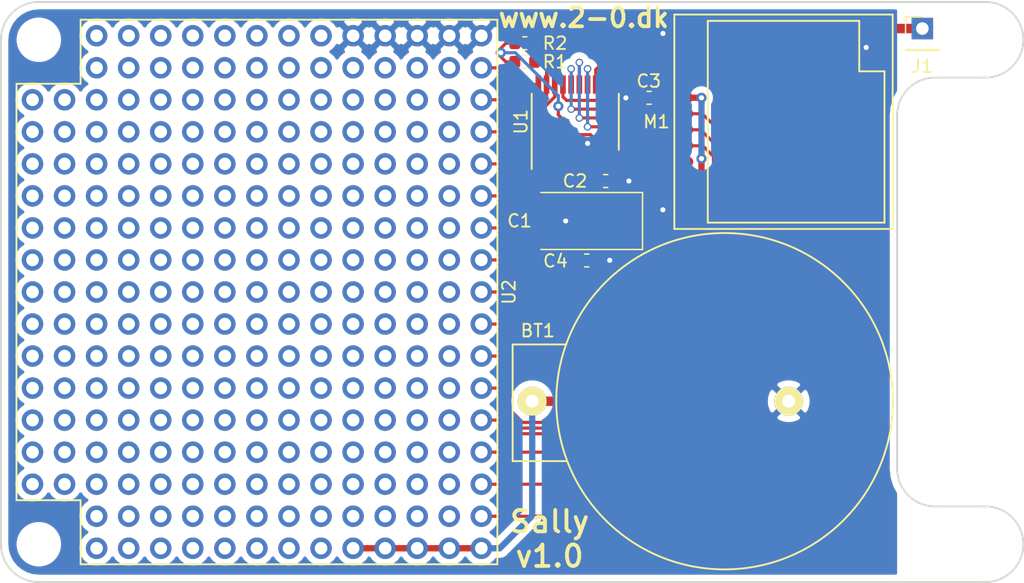
<source format=kicad_pcb>
(kicad_pcb (version 20171130) (host pcbnew 5.1.8-db9833491~87~ubuntu20.04.1)

  (general
    (thickness 1.6)
    (drawings 16)
    (tracks 219)
    (zones 0)
    (modules 15)
    (nets 22)
  )

  (page A4)
  (title_block
    (title Sally)
    (date 2018-09-22)
    (rev v1.0)
    (company www.2-0.dk)
  )

  (layers
    (0 F.Cu signal)
    (31 B.Cu signal)
    (32 B.Adhes user)
    (33 F.Adhes user)
    (34 B.Paste user)
    (35 F.Paste user)
    (36 B.SilkS user)
    (37 F.SilkS user)
    (38 B.Mask user)
    (39 F.Mask user)
    (40 Dwgs.User user)
    (41 Cmts.User user)
    (42 Eco1.User user)
    (43 Eco2.User user)
    (44 Edge.Cuts user)
    (45 Margin user)
    (46 B.CrtYd user)
    (47 F.CrtYd user)
    (48 B.Fab user hide)
    (49 F.Fab user hide)
  )

  (setup
    (last_trace_width 0.25)
    (trace_clearance 0.2)
    (zone_clearance 0.508)
    (zone_45_only no)
    (trace_min 0.2)
    (via_size 0.8)
    (via_drill 0.4)
    (via_min_size 0.4)
    (via_min_drill 0.3)
    (uvia_size 0.3)
    (uvia_drill 0.1)
    (uvias_allowed no)
    (uvia_min_size 0.2)
    (uvia_min_drill 0.1)
    (edge_width 0.15)
    (segment_width 0.2)
    (pcb_text_width 0.3)
    (pcb_text_size 1.5 1.5)
    (mod_edge_width 0.15)
    (mod_text_size 1 1)
    (mod_text_width 0.15)
    (pad_size 1.7 1.7)
    (pad_drill 1)
    (pad_to_mask_clearance 0)
    (aux_axis_origin 0 0)
    (visible_elements FFFFFF7F)
    (pcbplotparams
      (layerselection 0x010fc_ffffffff)
      (usegerberextensions false)
      (usegerberattributes false)
      (usegerberadvancedattributes false)
      (creategerberjobfile false)
      (excludeedgelayer true)
      (linewidth 0.100000)
      (plotframeref false)
      (viasonmask false)
      (mode 1)
      (useauxorigin false)
      (hpglpennumber 1)
      (hpglpenspeed 20)
      (hpglpendiameter 15.000000)
      (psnegative false)
      (psa4output false)
      (plotreference true)
      (plotvalue true)
      (plotinvisibletext false)
      (padsonsilk false)
      (subtractmaskfromsilk false)
      (outputformat 1)
      (mirror false)
      (drillshape 0)
      (scaleselection 1)
      (outputdirectory "plots"))
  )

  (net 0 "")
  (net 1 GND)
  (net 2 nrst)
  (net 3 gpio0_radio)
  (net 4 gpio1_radio)
  (net 5 gpio2_radio)
  (net 6 spi_miso)
  (net 7 spi_mosi)
  (net 8 spi_sck)
  (net 9 nsel_radio)
  (net 10 nirq_radio)
  (net 11 sdn_radio)
  (net 12 "Net-(J1-Pad1)")
  (net 13 VCC)
  (net 14 uart_tx)
  (net 15 uart_rx)
  (net 16 swim)
  (net 17 pa2)
  (net 18 i2c_sda)
  (net 19 i2c_scl)
  (net 20 pc4)
  (net 21 pb4)

  (net_class Default "This is the default net class."
    (clearance 0.2)
    (trace_width 0.25)
    (via_dia 0.8)
    (via_drill 0.4)
    (uvia_dia 0.3)
    (uvia_drill 0.1)
    (add_net GND)
    (add_net "Net-(J1-Pad1)")
    (add_net VCC)
    (add_net gpio0_radio)
    (add_net gpio1_radio)
    (add_net gpio2_radio)
    (add_net i2c_scl)
    (add_net i2c_sda)
    (add_net nirq_radio)
    (add_net nrst)
    (add_net nsel_radio)
    (add_net pa2)
    (add_net pb4)
    (add_net pc4)
    (add_net sdn_radio)
    (add_net spi_miso)
    (add_net spi_mosi)
    (add_net spi_sck)
    (add_net swim)
    (add_net uart_rx)
    (add_net uart_tx)
  )

  (module Package_SO:TSSOP-20_4.4x6.5mm_P0.65mm (layer F.Cu) (tedit 5A02F25C) (tstamp 5B7C5910)
    (at 155.5 89.5 90)
    (descr "20-Lead Plastic Thin Shrink Small Outline (ST)-4.4 mm Body [TSSOP] (see Microchip Packaging Specification 00000049BS.pdf)")
    (tags "SSOP 0.65")
    (path /5FAA7FF5)
    (attr smd)
    (fp_text reference U1 (at 0 -4.3 90) (layer F.SilkS)
      (effects (font (size 1 1) (thickness 0.15)))
    )
    (fp_text value STM8L051F3P (at 0 4.3 90) (layer F.Fab)
      (effects (font (size 1 1) (thickness 0.15)))
    )
    (fp_line (start -1.2 -3.25) (end 2.2 -3.25) (layer F.Fab) (width 0.15))
    (fp_line (start 2.2 -3.25) (end 2.2 3.25) (layer F.Fab) (width 0.15))
    (fp_line (start 2.2 3.25) (end -2.2 3.25) (layer F.Fab) (width 0.15))
    (fp_line (start -2.2 3.25) (end -2.2 -2.25) (layer F.Fab) (width 0.15))
    (fp_line (start -2.2 -2.25) (end -1.2 -3.25) (layer F.Fab) (width 0.15))
    (fp_line (start -3.95 -3.55) (end -3.95 3.55) (layer F.CrtYd) (width 0.05))
    (fp_line (start 3.95 -3.55) (end 3.95 3.55) (layer F.CrtYd) (width 0.05))
    (fp_line (start -3.95 -3.55) (end 3.95 -3.55) (layer F.CrtYd) (width 0.05))
    (fp_line (start -3.95 3.55) (end 3.95 3.55) (layer F.CrtYd) (width 0.05))
    (fp_line (start -2.225 3.45) (end 2.225 3.45) (layer F.SilkS) (width 0.15))
    (fp_line (start -3.75 -3.45) (end 2.225 -3.45) (layer F.SilkS) (width 0.15))
    (fp_text user %R (at 0 0 90) (layer F.Fab)
      (effects (font (size 0.8 0.8) (thickness 0.15)))
    )
    (pad 1 smd rect (at -2.95 -2.925 90) (size 1.45 0.45) (layers F.Cu F.Paste F.Mask)
      (net 14 uart_tx))
    (pad 2 smd rect (at -2.95 -2.275 90) (size 1.45 0.45) (layers F.Cu F.Paste F.Mask)
      (net 15 uart_rx))
    (pad 3 smd rect (at -2.95 -1.625 90) (size 1.45 0.45) (layers F.Cu F.Paste F.Mask)
      (net 16 swim))
    (pad 4 smd rect (at -2.95 -0.975 90) (size 1.45 0.45) (layers F.Cu F.Paste F.Mask)
      (net 2 nrst))
    (pad 5 smd rect (at -2.95 -0.325 90) (size 1.45 0.45) (layers F.Cu F.Paste F.Mask)
      (net 17 pa2))
    (pad 6 smd rect (at -2.95 0.325 90) (size 1.45 0.45) (layers F.Cu F.Paste F.Mask)
      (net 21 pb4))
    (pad 7 smd rect (at -2.95 0.975 90) (size 1.45 0.45) (layers F.Cu F.Paste F.Mask)
      (net 1 GND))
    (pad 8 smd rect (at -2.95 1.625 90) (size 1.45 0.45) (layers F.Cu F.Paste F.Mask)
      (net 13 VCC))
    (pad 9 smd rect (at -2.95 2.275 90) (size 1.45 0.45) (layers F.Cu F.Paste F.Mask)
      (net 10 nirq_radio))
    (pad 10 smd rect (at -2.95 2.925 90) (size 1.45 0.45) (layers F.Cu F.Paste F.Mask)
      (net 11 sdn_radio))
    (pad 11 smd rect (at 2.95 2.925 90) (size 1.45 0.45) (layers F.Cu F.Paste F.Mask)
      (net 5 gpio2_radio))
    (pad 12 smd rect (at 2.95 2.275 90) (size 1.45 0.45) (layers F.Cu F.Paste F.Mask)
      (net 4 gpio1_radio))
    (pad 13 smd rect (at 2.95 1.625 90) (size 1.45 0.45) (layers F.Cu F.Paste F.Mask)
      (net 3 gpio0_radio))
    (pad 14 smd rect (at 2.95 0.975 90) (size 1.45 0.45) (layers F.Cu F.Paste F.Mask)
      (net 9 nsel_radio))
    (pad 15 smd rect (at 2.95 0.325 90) (size 1.45 0.45) (layers F.Cu F.Paste F.Mask)
      (net 8 spi_sck))
    (pad 16 smd rect (at 2.95 -0.325 90) (size 1.45 0.45) (layers F.Cu F.Paste F.Mask)
      (net 7 spi_mosi))
    (pad 17 smd rect (at 2.95 -0.975 90) (size 1.45 0.45) (layers F.Cu F.Paste F.Mask)
      (net 6 spi_miso))
    (pad 18 smd rect (at 2.95 -1.625 90) (size 1.45 0.45) (layers F.Cu F.Paste F.Mask)
      (net 18 i2c_sda))
    (pad 19 smd rect (at 2.95 -2.275 90) (size 1.45 0.45) (layers F.Cu F.Paste F.Mask)
      (net 19 i2c_scl))
    (pad 20 smd rect (at 2.95 -2.925 90) (size 1.45 0.45) (layers F.Cu F.Paste F.Mask)
      (net 20 pc4))
    (model ${KISYS3DMOD}/Package_SO.3dshapes/TSSOP-20_4.4x6.5mm_P0.65mm.wrl
      (at (xyz 0 0 0))
      (scale (xyz 1 1 1))
      (rotate (xyz 0 0 0))
    )
  )

  (module Capacitor_Tantalum_SMD:CP_EIA-7343-15_Kemet-W (layer F.Cu) (tedit 5B301BBE) (tstamp 5B7B6BB2)
    (at 156.42 97.37 180)
    (descr "Tantalum Capacitor SMD Kemet-W (7343-15 Metric), IPC_7351 nominal, (Body size from: http://www.kemet.com/Lists/ProductCatalog/Attachments/253/KEM_TC101_STD.pdf), generated with kicad-footprint-generator")
    (tags "capacitor tantalum")
    (path /5B705491)
    (attr smd)
    (fp_text reference C1 (at 5.33 0.01 180) (layer F.SilkS)
      (effects (font (size 1 1) (thickness 0.15)))
    )
    (fp_text value 470u (at 0 3.1 180) (layer F.Fab)
      (effects (font (size 1 1) (thickness 0.15)))
    )
    (fp_line (start 3.65 -2.15) (end -2.65 -2.15) (layer F.Fab) (width 0.1))
    (fp_line (start -2.65 -2.15) (end -3.65 -1.15) (layer F.Fab) (width 0.1))
    (fp_line (start -3.65 -1.15) (end -3.65 2.15) (layer F.Fab) (width 0.1))
    (fp_line (start -3.65 2.15) (end 3.65 2.15) (layer F.Fab) (width 0.1))
    (fp_line (start 3.65 2.15) (end 3.65 -2.15) (layer F.Fab) (width 0.1))
    (fp_line (start 3.65 -2.26) (end -4.41 -2.26) (layer F.SilkS) (width 0.12))
    (fp_line (start -4.41 -2.26) (end -4.41 2.26) (layer F.SilkS) (width 0.12))
    (fp_line (start -4.41 2.26) (end 3.65 2.26) (layer F.SilkS) (width 0.12))
    (fp_line (start -4.4 2.4) (end -4.4 -2.4) (layer F.CrtYd) (width 0.05))
    (fp_line (start -4.4 -2.4) (end 4.4 -2.4) (layer F.CrtYd) (width 0.05))
    (fp_line (start 4.4 -2.4) (end 4.4 2.4) (layer F.CrtYd) (width 0.05))
    (fp_line (start 4.4 2.4) (end -4.4 2.4) (layer F.CrtYd) (width 0.05))
    (fp_text user %R (at 0 0 180) (layer F.Fab)
      (effects (font (size 1 1) (thickness 0.15)))
    )
    (pad 1 smd roundrect (at -3.1125 0 180) (size 2.075 2.55) (layers F.Cu F.Paste F.Mask) (roundrect_rratio 0.1204819277108434)
      (net 13 VCC))
    (pad 2 smd roundrect (at 3.1125 0 180) (size 2.075 2.55) (layers F.Cu F.Paste F.Mask) (roundrect_rratio 0.1204819277108434)
      (net 1 GND))
    (model ${KISYS3DMOD}/Capacitor_Tantalum_SMD.3dshapes/CP_EIA-7343-15_Kemet-W.wrl
      (at (xyz 0 0 0))
      (scale (xyz 1 1 1))
      (rotate (xyz 0 0 0))
    )
  )

  (module Capacitor_SMD:C_0603_1608Metric (layer F.Cu) (tedit 5B301BBE) (tstamp 5B7C57F1)
    (at 157.91 94.2)
    (descr "Capacitor SMD 0603 (1608 Metric), square (rectangular) end terminal, IPC_7351 nominal, (Body size source: http://www.tortai-tech.com/upload/download/2011102023233369053.pdf), generated with kicad-footprint-generator")
    (tags capacitor)
    (path /5B705323)
    (attr smd)
    (fp_text reference C2 (at -2.43 0) (layer F.SilkS)
      (effects (font (size 1 1) (thickness 0.15)))
    )
    (fp_text value 100n (at 0 1.43) (layer F.Fab)
      (effects (font (size 1 1) (thickness 0.15)))
    )
    (fp_line (start -0.8 0.4) (end -0.8 -0.4) (layer F.Fab) (width 0.1))
    (fp_line (start -0.8 -0.4) (end 0.8 -0.4) (layer F.Fab) (width 0.1))
    (fp_line (start 0.8 -0.4) (end 0.8 0.4) (layer F.Fab) (width 0.1))
    (fp_line (start 0.8 0.4) (end -0.8 0.4) (layer F.Fab) (width 0.1))
    (fp_line (start -0.162779 -0.51) (end 0.162779 -0.51) (layer F.SilkS) (width 0.12))
    (fp_line (start -0.162779 0.51) (end 0.162779 0.51) (layer F.SilkS) (width 0.12))
    (fp_line (start -1.48 0.73) (end -1.48 -0.73) (layer F.CrtYd) (width 0.05))
    (fp_line (start -1.48 -0.73) (end 1.48 -0.73) (layer F.CrtYd) (width 0.05))
    (fp_line (start 1.48 -0.73) (end 1.48 0.73) (layer F.CrtYd) (width 0.05))
    (fp_line (start 1.48 0.73) (end -1.48 0.73) (layer F.CrtYd) (width 0.05))
    (fp_text user %R (at 0 0) (layer F.Fab)
      (effects (font (size 0.4 0.4) (thickness 0.06)))
    )
    (pad 1 smd roundrect (at -0.7875 0) (size 0.875 0.95) (layers F.Cu F.Paste F.Mask) (roundrect_rratio 0.25)
      (net 13 VCC))
    (pad 2 smd roundrect (at 0.7875 0) (size 0.875 0.95) (layers F.Cu F.Paste F.Mask) (roundrect_rratio 0.25)
      (net 1 GND))
    (model ${KISYS3DMOD}/Capacitor_SMD.3dshapes/C_0603_1608Metric.wrl
      (at (xyz 0 0 0))
      (scale (xyz 1 1 1))
      (rotate (xyz 0 0 0))
    )
  )

  (module Capacitor_SMD:C_0603_1608Metric (layer F.Cu) (tedit 5B301BBE) (tstamp 5B7C5802)
    (at 161.35 87.6 180)
    (descr "Capacitor SMD 0603 (1608 Metric), square (rectangular) end terminal, IPC_7351 nominal, (Body size source: http://www.tortai-tech.com/upload/download/2011102023233369053.pdf), generated with kicad-footprint-generator")
    (tags capacitor)
    (path /5B705365)
    (attr smd)
    (fp_text reference C3 (at 0.025 1.325 180) (layer F.SilkS)
      (effects (font (size 1 1) (thickness 0.15)))
    )
    (fp_text value 100n (at 0 1.43 180) (layer F.Fab)
      (effects (font (size 1 1) (thickness 0.15)))
    )
    (fp_line (start 1.48 0.73) (end -1.48 0.73) (layer F.CrtYd) (width 0.05))
    (fp_line (start 1.48 -0.73) (end 1.48 0.73) (layer F.CrtYd) (width 0.05))
    (fp_line (start -1.48 -0.73) (end 1.48 -0.73) (layer F.CrtYd) (width 0.05))
    (fp_line (start -1.48 0.73) (end -1.48 -0.73) (layer F.CrtYd) (width 0.05))
    (fp_line (start -0.162779 0.51) (end 0.162779 0.51) (layer F.SilkS) (width 0.12))
    (fp_line (start -0.162779 -0.51) (end 0.162779 -0.51) (layer F.SilkS) (width 0.12))
    (fp_line (start 0.8 0.4) (end -0.8 0.4) (layer F.Fab) (width 0.1))
    (fp_line (start 0.8 -0.4) (end 0.8 0.4) (layer F.Fab) (width 0.1))
    (fp_line (start -0.8 -0.4) (end 0.8 -0.4) (layer F.Fab) (width 0.1))
    (fp_line (start -0.8 0.4) (end -0.8 -0.4) (layer F.Fab) (width 0.1))
    (fp_text user %R (at 0 0 180) (layer F.Fab)
      (effects (font (size 0.4 0.4) (thickness 0.06)))
    )
    (pad 2 smd roundrect (at 0.7875 0 180) (size 0.875 0.95) (layers F.Cu F.Paste F.Mask) (roundrect_rratio 0.25)
      (net 1 GND))
    (pad 1 smd roundrect (at -0.7875 0 180) (size 0.875 0.95) (layers F.Cu F.Paste F.Mask) (roundrect_rratio 0.25)
      (net 13 VCC))
    (model ${KISYS3DMOD}/Capacitor_SMD.3dshapes/C_0603_1608Metric.wrl
      (at (xyz 0 0 0))
      (scale (xyz 1 1 1))
      (rotate (xyz 0 0 0))
    )
  )

  (module Capacitor_SMD:C_0603_1608Metric (layer F.Cu) (tedit 5B301BBE) (tstamp 5B7C5813)
    (at 156.41 100.5 180)
    (descr "Capacitor SMD 0603 (1608 Metric), square (rectangular) end terminal, IPC_7351 nominal, (Body size source: http://www.tortai-tech.com/upload/download/2011102023233369053.pdf), generated with kicad-footprint-generator")
    (tags capacitor)
    (path /5B7DAE7A)
    (attr smd)
    (fp_text reference C4 (at 2.48 -0.04 180) (layer F.SilkS)
      (effects (font (size 1 1) (thickness 0.15)))
    )
    (fp_text value 100n (at 0 1.43 180) (layer F.Fab)
      (effects (font (size 1 1) (thickness 0.15)))
    )
    (fp_line (start -0.8 0.4) (end -0.8 -0.4) (layer F.Fab) (width 0.1))
    (fp_line (start -0.8 -0.4) (end 0.8 -0.4) (layer F.Fab) (width 0.1))
    (fp_line (start 0.8 -0.4) (end 0.8 0.4) (layer F.Fab) (width 0.1))
    (fp_line (start 0.8 0.4) (end -0.8 0.4) (layer F.Fab) (width 0.1))
    (fp_line (start -0.162779 -0.51) (end 0.162779 -0.51) (layer F.SilkS) (width 0.12))
    (fp_line (start -0.162779 0.51) (end 0.162779 0.51) (layer F.SilkS) (width 0.12))
    (fp_line (start -1.48 0.73) (end -1.48 -0.73) (layer F.CrtYd) (width 0.05))
    (fp_line (start -1.48 -0.73) (end 1.48 -0.73) (layer F.CrtYd) (width 0.05))
    (fp_line (start 1.48 -0.73) (end 1.48 0.73) (layer F.CrtYd) (width 0.05))
    (fp_line (start 1.48 0.73) (end -1.48 0.73) (layer F.CrtYd) (width 0.05))
    (fp_text user %R (at 0 0 180) (layer F.Fab)
      (effects (font (size 0.4 0.4) (thickness 0.06)))
    )
    (pad 1 smd roundrect (at -0.7875 0 180) (size 0.875 0.95) (layers F.Cu F.Paste F.Mask) (roundrect_rratio 0.25)
      (net 1 GND))
    (pad 2 smd roundrect (at 0.7875 0 180) (size 0.875 0.95) (layers F.Cu F.Paste F.Mask) (roundrect_rratio 0.25)
      (net 2 nrst))
    (model ${KISYS3DMOD}/Capacitor_SMD.3dshapes/C_0603_1608Metric.wrl
      (at (xyz 0 0 0))
      (scale (xyz 1 1 1))
      (rotate (xyz 0 0 0))
    )
  )

  (module MountingHole:MountingHole_2.5mm (layer F.Cu) (tedit 5B71C8AF) (tstamp 5B7B41C0)
    (at 113 83)
    (descr "Mounting Hole 2.5mm, no annular")
    (tags "mounting hole 2.5mm no annular")
    (path /5B707653)
    (attr virtual)
    (fp_text reference MH1 (at 0 -3.5) (layer F.SilkS) hide
      (effects (font (size 1 1) (thickness 0.15)))
    )
    (fp_text value MountingHole (at 0 3.5) (layer F.Fab)
      (effects (font (size 1 1) (thickness 0.15)))
    )
    (fp_circle (center 0 0) (end 2.75 0) (layer F.CrtYd) (width 0.05))
    (fp_circle (center 0 0) (end 2.5 0) (layer Cmts.User) (width 0.15))
    (fp_text user %R (at 0.3 0) (layer F.Fab)
      (effects (font (size 1 1) (thickness 0.15)))
    )
    (pad 1 np_thru_hole circle (at 0 0) (size 2.5 2.5) (drill 2.5) (layers *.Cu *.Mask))
  )

  (module MountingHole:MountingHole_2.5mm (layer F.Cu) (tedit 5B71C8A9) (tstamp 5B7B4120)
    (at 113 123)
    (descr "Mounting Hole 2.5mm, no annular")
    (tags "mounting hole 2.5mm no annular")
    (path /5B707729)
    (attr virtual)
    (fp_text reference MH2 (at 0 -3.5) (layer F.SilkS) hide
      (effects (font (size 1 1) (thickness 0.15)))
    )
    (fp_text value MountingHole (at 0 3.5) (layer F.Fab)
      (effects (font (size 1 1) (thickness 0.15)))
    )
    (fp_circle (center 0 0) (end 2.5 0) (layer Cmts.User) (width 0.15))
    (fp_circle (center 0 0) (end 2.75 0) (layer F.CrtYd) (width 0.05))
    (fp_text user %R (at 0.3 0) (layer F.Fab)
      (effects (font (size 1 1) (thickness 0.15)))
    )
    (pad 1 np_thru_hole circle (at 0 0) (size 2.5 2.5) (drill 2.5) (layers *.Cu *.Mask))
  )

  (module MountingHole:MountingHole_2.5mm (layer F.Cu) (tedit 5B71C8B6) (tstamp 5B7B4128)
    (at 188 123)
    (descr "Mounting Hole 2.5mm, no annular")
    (tags "mounting hole 2.5mm no annular")
    (path /5B707765)
    (attr virtual)
    (fp_text reference MH3 (at 0 -3.5) (layer F.SilkS) hide
      (effects (font (size 1 1) (thickness 0.15)))
    )
    (fp_text value MountingHole (at 0 3.5) (layer F.Fab)
      (effects (font (size 1 1) (thickness 0.15)))
    )
    (fp_circle (center 0 0) (end 2.75 0) (layer F.CrtYd) (width 0.05))
    (fp_circle (center 0 0) (end 2.5 0) (layer Cmts.User) (width 0.15))
    (fp_text user %R (at 0.3 0) (layer F.Fab)
      (effects (font (size 1 1) (thickness 0.15)))
    )
    (pad 1 np_thru_hole circle (at 0 0) (size 2.5 2.5) (drill 2.5) (layers *.Cu *.Mask))
  )

  (module MountingHole:MountingHole_2.5mm (layer F.Cu) (tedit 5B71C8BC) (tstamp 5B7B4130)
    (at 188 83)
    (descr "Mounting Hole 2.5mm, no annular")
    (tags "mounting hole 2.5mm no annular")
    (path /5B7077A3)
    (attr virtual)
    (fp_text reference MH4 (at 0 -3.5) (layer F.SilkS) hide
      (effects (font (size 1 1) (thickness 0.15)))
    )
    (fp_text value MountingHole (at 0 3.5) (layer F.Fab)
      (effects (font (size 1 1) (thickness 0.15)))
    )
    (fp_circle (center 0 0) (end 2.5 0) (layer Cmts.User) (width 0.15))
    (fp_circle (center 0 0) (end 2.75 0) (layer F.CrtYd) (width 0.05))
    (fp_text user %R (at 0.3 0) (layer F.Fab)
      (effects (font (size 1 1) (thickness 0.15)))
    )
    (pad 1 np_thru_hole circle (at 0 0) (size 2.5 2.5) (drill 2.5) (layers *.Cu *.Mask))
  )

  (module Connector_PinHeader_2.54mm:PinHeader_1x01_P2.54mm_Vertical (layer F.Cu) (tedit 5B706EE0) (tstamp 5B7B4567)
    (at 183 82.5)
    (descr "Through hole straight pin header, 1x01, 2.54mm pitch, single row")
    (tags "Through hole pin header THT 1x01 2.54mm single row")
    (path /5B70DCBD)
    (fp_text reference J1 (at -0.01 2.6) (layer F.SilkS)
      (effects (font (size 1 1) (thickness 0.15)))
    )
    (fp_text value Antenna (at 0 2.33) (layer F.Fab)
      (effects (font (size 1 1) (thickness 0.15)))
    )
    (fp_line (start -0.635 -1.27) (end 1.27 -1.27) (layer F.Fab) (width 0.1))
    (fp_line (start 1.27 -1.27) (end 1.27 1.27) (layer F.Fab) (width 0.1))
    (fp_line (start 1.27 1.27) (end -1.27 1.27) (layer F.Fab) (width 0.1))
    (fp_line (start -1.27 1.27) (end -1.27 -0.635) (layer F.Fab) (width 0.1))
    (fp_line (start -1.27 -0.635) (end -0.635 -1.27) (layer F.Fab) (width 0.1))
    (fp_line (start -1.33 1.33) (end 1.33 1.33) (layer F.SilkS) (width 0.12))
    (fp_line (start -1.33 1.27) (end -1.33 1.33) (layer F.SilkS) (width 0.12))
    (fp_line (start 1.33 1.27) (end 1.33 1.33) (layer F.SilkS) (width 0.12))
    (fp_line (start -1.33 1.27) (end 1.33 1.27) (layer F.SilkS) (width 0.12))
    (fp_line (start -1.33 0) (end -1.33 -1.33) (layer F.SilkS) (width 0.12))
    (fp_line (start -1.33 -1.33) (end 0 -1.33) (layer F.SilkS) (width 0.12))
    (fp_line (start -1.8 -1.8) (end -1.8 1.8) (layer F.CrtYd) (width 0.05))
    (fp_line (start -1.8 1.8) (end 1.8 1.8) (layer F.CrtYd) (width 0.05))
    (fp_line (start 1.8 1.8) (end 1.8 -1.8) (layer F.CrtYd) (width 0.05))
    (fp_line (start 1.8 -1.8) (end -1.8 -1.8) (layer F.CrtYd) (width 0.05))
    (fp_text user %R (at 0 0 90) (layer F.Fab)
      (effects (font (size 1 1) (thickness 0.15)))
    )
    (pad 1 thru_hole rect (at 0 -0.39) (size 1.7 1.7) (drill 1) (layers *.Cu *.Mask)
      (net 12 "Net-(J1-Pad1)"))
    (model ${KISYS3DMOD}/Connector_PinHeader_2.54mm.3dshapes/PinHeader_1x01_P2.54mm_Vertical.wrl
      (at (xyz 0 0 0))
      (scale (xyz 1 1 1))
      (rotate (xyz 0 0 0))
    )
  )

  (module Resistor_SMD:R_0603_1608Metric (layer F.Cu) (tedit 5B301BBD) (tstamp 5BFCCDC3)
    (at 151.5 84.75)
    (descr "Resistor SMD 0603 (1608 Metric), square (rectangular) end terminal, IPC_7351 nominal, (Body size source: http://www.tortai-tech.com/upload/download/2011102023233369053.pdf), generated with kicad-footprint-generator")
    (tags resistor)
    (path /5BF05F8C)
    (attr smd)
    (fp_text reference R1 (at 2.4 0 180) (layer F.SilkS)
      (effects (font (size 1 1) (thickness 0.15)))
    )
    (fp_text value 4k7 (at 0 1.43) (layer F.Fab)
      (effects (font (size 1 1) (thickness 0.15)))
    )
    (fp_line (start -0.8 0.4) (end -0.8 -0.4) (layer F.Fab) (width 0.1))
    (fp_line (start -0.8 -0.4) (end 0.8 -0.4) (layer F.Fab) (width 0.1))
    (fp_line (start 0.8 -0.4) (end 0.8 0.4) (layer F.Fab) (width 0.1))
    (fp_line (start 0.8 0.4) (end -0.8 0.4) (layer F.Fab) (width 0.1))
    (fp_line (start -0.162779 -0.51) (end 0.162779 -0.51) (layer F.SilkS) (width 0.12))
    (fp_line (start -0.162779 0.51) (end 0.162779 0.51) (layer F.SilkS) (width 0.12))
    (fp_line (start -1.48 0.73) (end -1.48 -0.73) (layer F.CrtYd) (width 0.05))
    (fp_line (start -1.48 -0.73) (end 1.48 -0.73) (layer F.CrtYd) (width 0.05))
    (fp_line (start 1.48 -0.73) (end 1.48 0.73) (layer F.CrtYd) (width 0.05))
    (fp_line (start 1.48 0.73) (end -1.48 0.73) (layer F.CrtYd) (width 0.05))
    (fp_text user %R (at 0 0) (layer F.Fab)
      (effects (font (size 0.4 0.4) (thickness 0.06)))
    )
    (pad 1 smd roundrect (at -0.7875 0) (size 0.875 0.95) (layers F.Cu F.Paste F.Mask) (roundrect_rratio 0.25)
      (net 13 VCC))
    (pad 2 smd roundrect (at 0.7875 0) (size 0.875 0.95) (layers F.Cu F.Paste F.Mask) (roundrect_rratio 0.25)
      (net 19 i2c_scl))
    (model ${KISYS3DMOD}/Resistor_SMD.3dshapes/R_0603_1608Metric.wrl
      (at (xyz 0 0 0))
      (scale (xyz 1 1 1))
      (rotate (xyz 0 0 0))
    )
  )

  (module Resistor_SMD:R_0603_1608Metric (layer F.Cu) (tedit 5B301BBD) (tstamp 5BFCCDD4)
    (at 151.5 83.275)
    (descr "Resistor SMD 0603 (1608 Metric), square (rectangular) end terminal, IPC_7351 nominal, (Body size source: http://www.tortai-tech.com/upload/download/2011102023233369053.pdf), generated with kicad-footprint-generator")
    (tags resistor)
    (path /5BF06006)
    (attr smd)
    (fp_text reference R2 (at 2.4 0) (layer F.SilkS)
      (effects (font (size 1 1) (thickness 0.15)))
    )
    (fp_text value 4k7 (at 0 1.43) (layer F.Fab)
      (effects (font (size 1 1) (thickness 0.15)))
    )
    (fp_line (start 1.48 0.73) (end -1.48 0.73) (layer F.CrtYd) (width 0.05))
    (fp_line (start 1.48 -0.73) (end 1.48 0.73) (layer F.CrtYd) (width 0.05))
    (fp_line (start -1.48 -0.73) (end 1.48 -0.73) (layer F.CrtYd) (width 0.05))
    (fp_line (start -1.48 0.73) (end -1.48 -0.73) (layer F.CrtYd) (width 0.05))
    (fp_line (start -0.162779 0.51) (end 0.162779 0.51) (layer F.SilkS) (width 0.12))
    (fp_line (start -0.162779 -0.51) (end 0.162779 -0.51) (layer F.SilkS) (width 0.12))
    (fp_line (start 0.8 0.4) (end -0.8 0.4) (layer F.Fab) (width 0.1))
    (fp_line (start 0.8 -0.4) (end 0.8 0.4) (layer F.Fab) (width 0.1))
    (fp_line (start -0.8 -0.4) (end 0.8 -0.4) (layer F.Fab) (width 0.1))
    (fp_line (start -0.8 0.4) (end -0.8 -0.4) (layer F.Fab) (width 0.1))
    (fp_text user %R (at 0 0) (layer F.Fab)
      (effects (font (size 0.4 0.4) (thickness 0.06)))
    )
    (pad 2 smd roundrect (at 0.7875 0) (size 0.875 0.95) (layers F.Cu F.Paste F.Mask) (roundrect_rratio 0.25)
      (net 18 i2c_sda))
    (pad 1 smd roundrect (at -0.7875 0) (size 0.875 0.95) (layers F.Cu F.Paste F.Mask) (roundrect_rratio 0.25)
      (net 13 VCC))
    (model ${KISYS3DMOD}/Resistor_SMD.3dshapes/R_0603_1608Metric.wrl
      (at (xyz 0 0 0))
      (scale (xyz 1 1 1))
      (rotate (xyz 0 0 0))
    )
  )

  (module sally:CR2450H (layer F.Cu) (tedit 5B7DA78E) (tstamp 5FAAD1D3)
    (at 164.79 111.66 180)
    (path /5FAAB650)
    (fp_text reference BT1 (at 12.26 5.59 180) (layer F.SilkS)
      (effects (font (size 1 1) (thickness 0.15)))
    )
    (fp_text value CR2450 (at -2.54 7.62 180) (layer F.Fab)
      (effects (font (size 1 1) (thickness 0.15)))
    )
    (fp_line (start 14.4 -4.9) (end 10 -4.9) (layer F.CrtYd) (width 0.15))
    (fp_line (start 14.4 4.7) (end 14.4 -4.9) (layer F.CrtYd) (width 0.15))
    (fp_line (start 10.076771 4.698798) (end 14.4 4.7) (layer F.CrtYd) (width 0.15))
    (fp_circle (center -2.54 0) (end 10.795 0) (layer F.SilkS) (width 0.15))
    (fp_line (start 10 4.5) (end 14.25 4.5) (layer F.SilkS) (width 0.15))
    (fp_line (start 14.25 4.5) (end 14.25 -4.75) (layer F.SilkS) (width 0.15))
    (fp_line (start 14.25 -4.75) (end 10 -4.75) (layer F.SilkS) (width 0.15))
    (fp_arc (start -2.54 0) (end 10 -4.9) (angle -318.2303711) (layer F.CrtYd) (width 0.15))
    (pad 2 thru_hole circle (at -7.62 0 180) (size 2.286 2.286) (drill 1.016) (layers *.Cu *.Mask F.SilkS)
      (net 1 GND))
    (pad 1 thru_hole circle (at 12.7 0 180) (size 2.286 2.286) (drill 1.016) (layers *.Cu *.Mask F.SilkS)
      (net 13 VCC))
  )

  (module sally:RF4462PRO (layer F.Cu) (tedit 5B66E0EA) (tstamp 5FAAD1E0)
    (at 172 89.5)
    (path /5FAB359E)
    (attr smd)
    (fp_text reference M1 (at -10.07 0 180) (layer F.SilkS)
      (effects (font (size 1 1) (thickness 0.15)))
    )
    (fp_text value XL4432-SMD (at 0 -1.27) (layer F.Fab)
      (effects (font (size 1 1) (thickness 0.15)))
    )
    (fp_line (start -9.017 -8.636) (end 9.017 -8.636) (layer F.CrtYd) (width 0.15))
    (fp_line (start -9.017 8.636) (end -9.017 -8.636) (layer F.CrtYd) (width 0.15))
    (fp_line (start 9.017 8.636) (end -9.017 8.636) (layer F.CrtYd) (width 0.15))
    (fp_line (start 9.017 -8.636) (end 9.017 8.636) (layer F.CrtYd) (width 0.15))
    (fp_line (start -8.65 -8.5) (end 8.65 -8.5) (layer F.SilkS) (width 0.15))
    (fp_line (start 8.65 -8.5) (end 8.65 8.5) (layer F.SilkS) (width 0.15))
    (fp_line (start 8.65 8.5) (end -8.65 8.5) (layer F.SilkS) (width 0.15))
    (fp_line (start -8.65 8.5) (end -8.65 -8.5) (layer F.SilkS) (width 0.15))
    (fp_line (start -6 -8) (end -6 8) (layer F.SilkS) (width 0.15))
    (fp_line (start -6 8) (end 8 8) (layer F.SilkS) (width 0.15))
    (fp_line (start 8 8) (end 8 -4) (layer F.SilkS) (width 0.15))
    (fp_line (start 8 -4) (end 6 -4) (layer F.SilkS) (width 0.15))
    (fp_line (start 6 -4) (end 6 -8) (layer F.SilkS) (width 0.15))
    (fp_line (start 6 -8) (end -6 -8) (layer F.SilkS) (width 0.15))
    (pad 14 smd oval (at 8.05 -5.89) (size 1.8 0.8) (layers F.Cu F.Paste F.Mask)
      (net 1 GND))
    (pad 13 smd oval (at 8.05 -7.39) (size 1.8 0.8) (layers F.Cu F.Paste F.Mask)
      (net 12 "Net-(J1-Pad1)"))
    (pad 12 smd oval (at -8.05 6.985) (size 1.8 0.8) (layers F.Cu F.Paste F.Mask)
      (net 1 GND))
    (pad 11 smd oval (at -8.05 5.715) (size 1.8 0.8) (layers F.Cu F.Paste F.Mask)
      (net 11 sdn_radio))
    (pad 10 smd oval (at -8.05 4.445) (size 1.8 0.8) (layers F.Cu F.Paste F.Mask)
      (net 10 nirq_radio))
    (pad 9 smd oval (at -8.05 3.175) (size 1.8 0.8) (layers F.Cu F.Paste F.Mask)
      (net 9 nsel_radio))
    (pad 8 smd oval (at -8.05 1.905) (size 1.8 0.8) (layers F.Cu F.Paste F.Mask)
      (net 8 spi_sck))
    (pad 7 smd oval (at -8.05 0.635) (size 1.8 0.8) (layers F.Cu F.Paste F.Mask)
      (net 7 spi_mosi))
    (pad 6 smd oval (at -8.05 -0.635) (size 1.8 0.8) (layers F.Cu F.Paste F.Mask)
      (net 6 spi_miso))
    (pad 5 smd oval (at -8.05 -1.905) (size 1.8 0.8) (layers F.Cu F.Paste F.Mask)
      (net 13 VCC))
    (pad 4 smd oval (at -8.05 -3.175) (size 1.8 0.8) (layers F.Cu F.Paste F.Mask)
      (net 5 gpio2_radio))
    (pad 3 smd oval (at -8.05 -4.445) (size 1.8 0.8) (layers F.Cu F.Paste F.Mask)
      (net 4 gpio1_radio))
    (pad 2 smd oval (at -8.05 -5.715) (size 1.8 0.8) (layers F.Cu F.Paste F.Mask)
      (net 3 gpio0_radio))
    (pad 1 smd oval (at -8.05 -6.985) (size 1.8 0.8) (layers F.Cu F.Paste F.Mask)
      (net 1 GND))
  )

  (module sally:PROTO_SALLY (layer F.Cu) (tedit 5BF05517) (tstamp 5FAAD1FF)
    (at 130.28 103 270)
    (path /5FAB0623)
    (fp_text reference U2 (at 0 -19.97 90) (layer F.SilkS)
      (effects (font (size 1 1) (thickness 0.15)))
    )
    (fp_text value PROTO_SALLY (at 0 -20.32 270) (layer F.Fab)
      (effects (font (size 1 1) (thickness 0.15)))
    )
    (fp_line (start -21.717 14.097) (end -21.717 -19.177) (layer F.CrtYd) (width 0.15))
    (fp_line (start -16.637 14.097) (end -21.717 14.097) (layer F.CrtYd) (width 0.15))
    (fp_line (start -16.637 19.177) (end -16.637 14.097) (layer F.CrtYd) (width 0.15))
    (fp_line (start 16.637 19.177) (end -16.637 19.177) (layer F.CrtYd) (width 0.15))
    (fp_line (start 16.637 14.097) (end 16.637 19.177) (layer F.CrtYd) (width 0.15))
    (fp_line (start 21.717 14.097) (end 16.637 14.097) (layer F.CrtYd) (width 0.15))
    (fp_line (start 21.717 -19.177) (end 21.717 14.097) (layer F.CrtYd) (width 0.15))
    (fp_line (start -21.717 -19.177) (end 21.717 -19.177) (layer F.CrtYd) (width 0.15))
    (fp_line (start -21.59 13.97) (end -21.59 -19.05) (layer F.SilkS) (width 0.15))
    (fp_line (start -16.51 13.97) (end -21.59 13.97) (layer F.SilkS) (width 0.15))
    (fp_line (start -16.51 19.05) (end -16.51 13.97) (layer F.SilkS) (width 0.15))
    (fp_line (start 16.51 19.05) (end -16.51 19.05) (layer F.SilkS) (width 0.15))
    (fp_line (start 16.51 13.97) (end 16.51 19.05) (layer F.SilkS) (width 0.15))
    (fp_line (start 21.59 13.97) (end 16.51 13.97) (layer F.SilkS) (width 0.15))
    (fp_line (start 21.59 -19.05) (end 21.59 13.97) (layer F.SilkS) (width 0.15))
    (fp_line (start -21.59 -19.05) (end 21.59 -19.05) (layer F.SilkS) (width 0.15))
    (pad "" thru_hole circle (at 12.7 -15.24 270) (size 1.7 1.7) (drill 1) (layers *.Cu *.Mask))
    (pad "" thru_hole circle (at 15.24 -15.24 270) (size 1.7 1.7) (drill 1) (layers *.Cu *.Mask))
    (pad 17 thru_hole circle (at 20.32 -15.24 270) (size 1.7 1.7) (drill 1) (layers *.Cu *.Mask)
      (net 13 VCC))
    (pad "" thru_hole circle (at 10.16 -15.24 270) (size 1.7 1.7) (drill 1) (layers *.Cu *.Mask))
    (pad "" thru_hole circle (at 17.78 -15.24 270) (size 1.7 1.7) (drill 1) (layers *.Cu *.Mask))
    (pad "" thru_hole circle (at 10.16 -12.7 270) (size 1.7 1.7) (drill 1) (layers *.Cu *.Mask))
    (pad "" thru_hole circle (at 15.24 -12.7 270) (size 1.7 1.7) (drill 1) (layers *.Cu *.Mask))
    (pad "" thru_hole circle (at 12.7 -12.7 270) (size 1.7 1.7) (drill 1) (layers *.Cu *.Mask))
    (pad "" thru_hole circle (at 17.78 -12.7 270) (size 1.7 1.7) (drill 1) (layers *.Cu *.Mask))
    (pad 17 thru_hole circle (at 20.32 -12.7 270) (size 1.7 1.7) (drill 1) (layers *.Cu *.Mask)
      (net 13 VCC))
    (pad "" thru_hole circle (at 10.16 -10.16 270) (size 1.7 1.7) (drill 1) (layers *.Cu *.Mask))
    (pad 17 thru_hole circle (at 20.32 -7.62 270) (size 1.7 1.7) (drill 1) (layers *.Cu *.Mask)
      (net 13 VCC))
    (pad "" thru_hole circle (at 17.78 -7.62 270) (size 1.7 1.7) (drill 1) (layers *.Cu *.Mask))
    (pad "" thru_hole circle (at 15.24 -10.16 270) (size 1.7 1.7) (drill 1) (layers *.Cu *.Mask))
    (pad "" thru_hole circle (at 10.16 -7.62 270) (size 1.7 1.7) (drill 1) (layers *.Cu *.Mask))
    (pad "" thru_hole circle (at 12.7 -10.16 270) (size 1.7 1.7) (drill 1) (layers *.Cu *.Mask))
    (pad "" thru_hole circle (at 15.24 -7.62 270) (size 1.7 1.7) (drill 1) (layers *.Cu *.Mask))
    (pad "" thru_hole circle (at 17.78 -10.16 270) (size 1.7 1.7) (drill 1) (layers *.Cu *.Mask))
    (pad "" thru_hole circle (at 12.7 -7.62 270) (size 1.7 1.7) (drill 1) (layers *.Cu *.Mask))
    (pad 17 thru_hole circle (at 20.32 -10.16 270) (size 1.7 1.7) (drill 1) (layers *.Cu *.Mask)
      (net 13 VCC))
    (pad "" thru_hole circle (at 17.78 2.54 270) (size 1.7 1.7) (drill 1) (layers *.Cu *.Mask))
    (pad "" thru_hole circle (at 10.16 -5.08 270) (size 1.7 1.7) (drill 1) (layers *.Cu *.Mask))
    (pad "" thru_hole circle (at 12.7 2.54 270) (size 1.7 1.7) (drill 1) (layers *.Cu *.Mask))
    (pad "" thru_hole circle (at 15.24 0 270) (size 1.7 1.7) (drill 1) (layers *.Cu *.Mask))
    (pad "" thru_hole circle (at 20.32 -2.54 270) (size 1.7 1.7) (drill 1) (layers *.Cu *.Mask))
    (pad "" thru_hole circle (at 10.16 0 270) (size 1.7 1.7) (drill 1) (layers *.Cu *.Mask))
    (pad "" thru_hole circle (at 17.78 -2.54 270) (size 1.7 1.7) (drill 1) (layers *.Cu *.Mask))
    (pad "" thru_hole circle (at 10.16 2.54 270) (size 1.7 1.7) (drill 1) (layers *.Cu *.Mask))
    (pad "" thru_hole circle (at 15.24 -5.08 270) (size 1.7 1.7) (drill 1) (layers *.Cu *.Mask))
    (pad "" thru_hole circle (at 12.7 0 270) (size 1.7 1.7) (drill 1) (layers *.Cu *.Mask))
    (pad "" thru_hole circle (at 10.16 -2.54 270) (size 1.7 1.7) (drill 1) (layers *.Cu *.Mask))
    (pad "" thru_hole circle (at 20.32 2.54 270) (size 1.7 1.7) (drill 1) (layers *.Cu *.Mask))
    (pad "" thru_hole circle (at 12.7 -5.08 270) (size 1.7 1.7) (drill 1) (layers *.Cu *.Mask))
    (pad "" thru_hole circle (at 15.24 -2.54 270) (size 1.7 1.7) (drill 1) (layers *.Cu *.Mask))
    (pad "" thru_hole circle (at 17.78 -5.08 270) (size 1.7 1.7) (drill 1) (layers *.Cu *.Mask))
    (pad "" thru_hole circle (at 20.32 0 270) (size 1.7 1.7) (drill 1) (layers *.Cu *.Mask))
    (pad "" thru_hole circle (at 12.7 -2.54 270) (size 1.7 1.7) (drill 1) (layers *.Cu *.Mask))
    (pad "" thru_hole circle (at 17.78 0 270) (size 1.7 1.7) (drill 1) (layers *.Cu *.Mask))
    (pad "" thru_hole circle (at 15.24 2.54 270) (size 1.7 1.7) (drill 1) (layers *.Cu *.Mask))
    (pad "" thru_hole circle (at 20.32 -5.08 270) (size 1.7 1.7) (drill 1) (layers *.Cu *.Mask))
    (pad "" thru_hole circle (at 10.16 12.7 270) (size 1.7 1.7) (drill 1) (layers *.Cu *.Mask))
    (pad "" thru_hole circle (at 17.78 10.16 270) (size 1.7 1.7) (drill 1) (layers *.Cu *.Mask))
    (pad "" thru_hole circle (at 12.7 12.7 270) (size 1.7 1.7) (drill 1) (layers *.Cu *.Mask))
    (pad "" thru_hole circle (at 10.16 17.78 270) (size 1.7 1.7) (drill 1) (layers *.Cu *.Mask))
    (pad "" thru_hole circle (at 12.7 10.16 270) (size 1.7 1.7) (drill 1) (layers *.Cu *.Mask))
    (pad "" thru_hole circle (at 10.16 15.24 270) (size 1.7 1.7) (drill 1) (layers *.Cu *.Mask))
    (pad "" thru_hole circle (at 15.24 7.62 270) (size 1.7 1.7) (drill 1) (layers *.Cu *.Mask))
    (pad "" thru_hole circle (at 20.32 5.08 270) (size 1.7 1.7) (drill 1) (layers *.Cu *.Mask))
    (pad "" thru_hole circle (at 10.16 7.62 270) (size 1.7 1.7) (drill 1) (layers *.Cu *.Mask))
    (pad "" thru_hole circle (at 17.78 5.08 270) (size 1.7 1.7) (drill 1) (layers *.Cu *.Mask))
    (pad "" thru_hole circle (at 10.16 10.16 270) (size 1.7 1.7) (drill 1) (layers *.Cu *.Mask))
    (pad "" thru_hole circle (at 12.7 7.62 270) (size 1.7 1.7) (drill 1) (layers *.Cu *.Mask))
    (pad "" thru_hole circle (at 10.16 5.08 270) (size 1.7 1.7) (drill 1) (layers *.Cu *.Mask))
    (pad "" thru_hole circle (at 20.32 10.16 270) (size 1.7 1.7) (drill 1) (layers *.Cu *.Mask))
    (pad "" thru_hole circle (at 15.24 5.08 270) (size 1.7 1.7) (drill 1) (layers *.Cu *.Mask))
    (pad "" thru_hole circle (at 20.32 7.62 270) (size 1.7 1.7) (drill 1) (layers *.Cu *.Mask))
    (pad "" thru_hole circle (at 12.7 5.08 270) (size 1.7 1.7) (drill 1) (layers *.Cu *.Mask))
    (pad "" thru_hole circle (at 12.7 17.78 270) (size 1.7 1.7) (drill 1) (layers *.Cu *.Mask))
    (pad "" thru_hole circle (at 17.78 7.62 270) (size 1.7 1.7) (drill 1) (layers *.Cu *.Mask))
    (pad "" thru_hole circle (at 15.24 10.16 270) (size 1.7 1.7) (drill 1) (layers *.Cu *.Mask))
    (pad "" thru_hole circle (at 12.7 15.24 270) (size 1.7 1.7) (drill 1) (layers *.Cu *.Mask))
    (pad 17 thru_hole circle (at 20.32 -17.78 270) (size 1.7 1.7) (drill 1) (layers *.Cu *.Mask)
      (net 13 VCC))
    (pad "" thru_hole circle (at 0 15.24 270) (size 1.7 1.7) (drill 1) (layers *.Cu *.Mask))
    (pad "" thru_hole circle (at 2.54 10.16 270) (size 1.7 1.7) (drill 1) (layers *.Cu *.Mask))
    (pad "" thru_hole circle (at -15.24 10.16 270) (size 1.7 1.7) (drill 1) (layers *.Cu *.Mask))
    (pad "" thru_hole circle (at 5.08 7.62 270) (size 1.7 1.7) (drill 1) (layers *.Cu *.Mask))
    (pad "" thru_hole circle (at 0 17.78 270) (size 1.7 1.7) (drill 1) (layers *.Cu *.Mask))
    (pad "" thru_hole circle (at -12.7 7.62 270) (size 1.7 1.7) (drill 1) (layers *.Cu *.Mask))
    (pad "" thru_hole circle (at -10.16 17.78 270) (size 1.7 1.7) (drill 1) (layers *.Cu *.Mask))
    (pad "" thru_hole circle (at 0 5.08 270) (size 1.7 1.7) (drill 1) (layers *.Cu *.Mask))
    (pad "" thru_hole circle (at -7.62 10.16 270) (size 1.7 1.7) (drill 1) (layers *.Cu *.Mask))
    (pad "" thru_hole circle (at 7.62 7.62 270) (size 1.7 1.7) (drill 1) (layers *.Cu *.Mask))
    (pad "" thru_hole circle (at -20.32 7.62 270) (size 1.7 1.7) (drill 1) (layers *.Cu *.Mask))
    (pad "" thru_hole circle (at 2.54 5.08 270) (size 1.7 1.7) (drill 1) (layers *.Cu *.Mask))
    (pad "" thru_hole circle (at -15.24 5.08 270) (size 1.7 1.7) (drill 1) (layers *.Cu *.Mask))
    (pad "" thru_hole circle (at 7.62 10.16 270) (size 1.7 1.7) (drill 1) (layers *.Cu *.Mask))
    (pad "" thru_hole circle (at -2.54 5.08 270) (size 1.7 1.7) (drill 1) (layers *.Cu *.Mask))
    (pad "" thru_hole circle (at -12.7 5.08 270) (size 1.7 1.7) (drill 1) (layers *.Cu *.Mask))
    (pad "" thru_hole circle (at 5.08 17.78 270) (size 1.7 1.7) (drill 1) (layers *.Cu *.Mask))
    (pad "" thru_hole circle (at 5.08 12.7 270) (size 1.7 1.7) (drill 1) (layers *.Cu *.Mask))
    (pad "" thru_hole circle (at -17.78 5.08 270) (size 1.7 1.7) (drill 1) (layers *.Cu *.Mask))
    (pad "" thru_hole circle (at 0 7.62 270) (size 1.7 1.7) (drill 1) (layers *.Cu *.Mask))
    (pad "" thru_hole circle (at 2.54 15.24 270) (size 1.7 1.7) (drill 1) (layers *.Cu *.Mask))
    (pad "" thru_hole circle (at -7.62 12.7 270) (size 1.7 1.7) (drill 1) (layers *.Cu *.Mask))
    (pad "" thru_hole circle (at -7.62 5.08 270) (size 1.7 1.7) (drill 1) (layers *.Cu *.Mask))
    (pad "" thru_hole circle (at -5.08 5.08 270) (size 1.7 1.7) (drill 1) (layers *.Cu *.Mask))
    (pad "" thru_hole circle (at -7.62 15.24 270) (size 1.7 1.7) (drill 1) (layers *.Cu *.Mask))
    (pad "" thru_hole circle (at 7.62 17.78 270) (size 1.7 1.7) (drill 1) (layers *.Cu *.Mask))
    (pad "" thru_hole circle (at -2.54 10.16 270) (size 1.7 1.7) (drill 1) (layers *.Cu *.Mask))
    (pad "" thru_hole circle (at 5.08 5.08 270) (size 1.7 1.7) (drill 1) (layers *.Cu *.Mask))
    (pad "" thru_hole circle (at -7.62 17.78 270) (size 1.7 1.7) (drill 1) (layers *.Cu *.Mask))
    (pad "" thru_hole circle (at -10.16 10.16 270) (size 1.7 1.7) (drill 1) (layers *.Cu *.Mask))
    (pad "" thru_hole circle (at -5.08 12.7 270) (size 1.7 1.7) (drill 1) (layers *.Cu *.Mask))
    (pad "" thru_hole circle (at -17.78 10.16 270) (size 1.7 1.7) (drill 1) (layers *.Cu *.Mask))
    (pad "" thru_hole circle (at -5.08 10.16 270) (size 1.7 1.7) (drill 1) (layers *.Cu *.Mask))
    (pad "" thru_hole circle (at 2.54 17.78 270) (size 1.7 1.7) (drill 1) (layers *.Cu *.Mask))
    (pad "" thru_hole circle (at -2.54 7.62 270) (size 1.7 1.7) (drill 1) (layers *.Cu *.Mask))
    (pad "" thru_hole circle (at 7.62 5.08 270) (size 1.7 1.7) (drill 1) (layers *.Cu *.Mask))
    (pad "" thru_hole circle (at 2.54 12.7 270) (size 1.7 1.7) (drill 1) (layers *.Cu *.Mask))
    (pad "" thru_hole circle (at 2.54 7.62 270) (size 1.7 1.7) (drill 1) (layers *.Cu *.Mask))
    (pad "" thru_hole circle (at -5.08 7.62 270) (size 1.7 1.7) (drill 1) (layers *.Cu *.Mask))
    (pad "" thru_hole circle (at -5.08 15.24 270) (size 1.7 1.7) (drill 1) (layers *.Cu *.Mask))
    (pad "" thru_hole circle (at -12.7 15.24 270) (size 1.7 1.7) (drill 1) (layers *.Cu *.Mask))
    (pad "" thru_hole circle (at -10.16 5.08 270) (size 1.7 1.7) (drill 1) (layers *.Cu *.Mask))
    (pad "" thru_hole circle (at -10.16 7.62 270) (size 1.7 1.7) (drill 1) (layers *.Cu *.Mask))
    (pad "" thru_hole circle (at -10.16 12.7 270) (size 1.7 1.7) (drill 1) (layers *.Cu *.Mask))
    (pad "" thru_hole circle (at -2.54 15.24 270) (size 1.7 1.7) (drill 1) (layers *.Cu *.Mask))
    (pad "" thru_hole circle (at 0 10.16 270) (size 1.7 1.7) (drill 1) (layers *.Cu *.Mask))
    (pad "" thru_hole circle (at -7.62 7.62 270) (size 1.7 1.7) (drill 1) (layers *.Cu *.Mask))
    (pad "" thru_hole circle (at 7.62 15.24 270) (size 1.7 1.7) (drill 1) (layers *.Cu *.Mask))
    (pad "" thru_hole circle (at 7.62 12.7 270) (size 1.7 1.7) (drill 1) (layers *.Cu *.Mask))
    (pad "" thru_hole circle (at -17.78 7.62 270) (size 1.7 1.7) (drill 1) (layers *.Cu *.Mask))
    (pad "" thru_hole circle (at -12.7 10.16 270) (size 1.7 1.7) (drill 1) (layers *.Cu *.Mask))
    (pad "" thru_hole circle (at -12.7 17.78 270) (size 1.7 1.7) (drill 1) (layers *.Cu *.Mask))
    (pad "" thru_hole circle (at -2.54 17.78 270) (size 1.7 1.7) (drill 1) (layers *.Cu *.Mask))
    (pad "" thru_hole circle (at 0 12.7 270) (size 1.7 1.7) (drill 1) (layers *.Cu *.Mask))
    (pad "" thru_hole circle (at 5.08 10.16 270) (size 1.7 1.7) (drill 1) (layers *.Cu *.Mask))
    (pad "" thru_hole circle (at 5.08 15.24 270) (size 1.7 1.7) (drill 1) (layers *.Cu *.Mask))
    (pad "" thru_hole circle (at -10.16 15.24 270) (size 1.7 1.7) (drill 1) (layers *.Cu *.Mask))
    (pad "" thru_hole circle (at -2.54 12.7 270) (size 1.7 1.7) (drill 1) (layers *.Cu *.Mask))
    (pad "" thru_hole circle (at -20.32 5.08 270) (size 1.7 1.7) (drill 1) (layers *.Cu *.Mask))
    (pad "" thru_hole circle (at -15.24 7.62 270) (size 1.7 1.7) (drill 1) (layers *.Cu *.Mask))
    (pad "" thru_hole circle (at -20.32 10.16 270) (size 1.7 1.7) (drill 1) (layers *.Cu *.Mask))
    (pad "" thru_hole circle (at -12.7 12.7 270) (size 1.7 1.7) (drill 1) (layers *.Cu *.Mask))
    (pad "" thru_hole circle (at -5.08 17.78 270) (size 1.7 1.7) (drill 1) (layers *.Cu *.Mask))
    (pad "" thru_hole circle (at -10.16 -5.08 270) (size 1.7 1.7) (drill 1) (layers *.Cu *.Mask))
    (pad "" thru_hole circle (at 7.62 -5.08 270) (size 1.7 1.7) (drill 1) (layers *.Cu *.Mask))
    (pad "" thru_hole circle (at 2.54 2.54 270) (size 1.7 1.7) (drill 1) (layers *.Cu *.Mask))
    (pad "" thru_hole circle (at -15.24 2.54 270) (size 1.7 1.7) (drill 1) (layers *.Cu *.Mask))
    (pad "" thru_hole circle (at 5.08 0 270) (size 1.7 1.7) (drill 1) (layers *.Cu *.Mask))
    (pad "" thru_hole circle (at -5.08 -5.08 270) (size 1.7 1.7) (drill 1) (layers *.Cu *.Mask))
    (pad "" thru_hole circle (at -12.7 0 270) (size 1.7 1.7) (drill 1) (layers *.Cu *.Mask))
    (pad "" thru_hole circle (at 0 -2.54 270) (size 1.7 1.7) (drill 1) (layers *.Cu *.Mask))
    (pad "" thru_hole circle (at -7.62 2.54 270) (size 1.7 1.7) (drill 1) (layers *.Cu *.Mask))
    (pad "" thru_hole circle (at 7.62 0 270) (size 1.7 1.7) (drill 1) (layers *.Cu *.Mask))
    (pad "" thru_hole circle (at -20.32 0 270) (size 1.7 1.7) (drill 1) (layers *.Cu *.Mask))
    (pad "" thru_hole circle (at 5.08 -5.08 270) (size 1.7 1.7) (drill 1) (layers *.Cu *.Mask))
    (pad "" thru_hole circle (at 2.54 -2.54 270) (size 1.7 1.7) (drill 1) (layers *.Cu *.Mask))
    (pad "" thru_hole circle (at 0 -5.08 270) (size 1.7 1.7) (drill 1) (layers *.Cu *.Mask))
    (pad "" thru_hole circle (at -15.24 -2.54 270) (size 1.7 1.7) (drill 1) (layers *.Cu *.Mask))
    (pad "" thru_hole circle (at 7.62 2.54 270) (size 1.7 1.7) (drill 1) (layers *.Cu *.Mask))
    (pad "" thru_hole circle (at -2.54 -2.54 270) (size 1.7 1.7) (drill 1) (layers *.Cu *.Mask))
    (pad "" thru_hole circle (at -12.7 -2.54 270) (size 1.7 1.7) (drill 1) (layers *.Cu *.Mask))
    (pad "" thru_hole circle (at -17.78 -2.54 270) (size 1.7 1.7) (drill 1) (layers *.Cu *.Mask))
    (pad "" thru_hole circle (at 0 0 270) (size 1.7 1.7) (drill 1) (layers *.Cu *.Mask))
    (pad "" thru_hole circle (at -7.62 -2.54 270) (size 1.7 1.7) (drill 1) (layers *.Cu *.Mask))
    (pad "" thru_hole circle (at -5.08 -2.54 270) (size 1.7 1.7) (drill 1) (layers *.Cu *.Mask))
    (pad "" thru_hole circle (at -17.78 -5.08 270) (size 1.7 1.7) (drill 1) (layers *.Cu *.Mask))
    (pad "" thru_hole circle (at 2.54 -5.08 270) (size 1.7 1.7) (drill 1) (layers *.Cu *.Mask))
    (pad "" thru_hole circle (at -2.54 2.54 270) (size 1.7 1.7) (drill 1) (layers *.Cu *.Mask))
    (pad "" thru_hole circle (at 5.08 -2.54 270) (size 1.7 1.7) (drill 1) (layers *.Cu *.Mask))
    (pad "" thru_hole circle (at -10.16 2.54 270) (size 1.7 1.7) (drill 1) (layers *.Cu *.Mask))
    (pad "" thru_hole circle (at -17.78 2.54 270) (size 1.7 1.7) (drill 1) (layers *.Cu *.Mask))
    (pad "" thru_hole circle (at -5.08 2.54 270) (size 1.7 1.7) (drill 1) (layers *.Cu *.Mask))
    (pad "" thru_hole circle (at -2.54 0 270) (size 1.7 1.7) (drill 1) (layers *.Cu *.Mask))
    (pad "" thru_hole circle (at 7.62 -2.54 270) (size 1.7 1.7) (drill 1) (layers *.Cu *.Mask))
    (pad "" thru_hole circle (at 2.54 0 270) (size 1.7 1.7) (drill 1) (layers *.Cu *.Mask))
    (pad "" thru_hole circle (at -5.08 0 270) (size 1.7 1.7) (drill 1) (layers *.Cu *.Mask))
    (pad "" thru_hole circle (at -10.16 -2.54 270) (size 1.7 1.7) (drill 1) (layers *.Cu *.Mask))
    (pad "" thru_hole circle (at -10.16 0 270) (size 1.7 1.7) (drill 1) (layers *.Cu *.Mask))
    (pad "" thru_hole circle (at 0 2.54 270) (size 1.7 1.7) (drill 1) (layers *.Cu *.Mask))
    (pad "" thru_hole circle (at -7.62 0 270) (size 1.7 1.7) (drill 1) (layers *.Cu *.Mask))
    (pad "" thru_hole circle (at -17.78 0 270) (size 1.7 1.7) (drill 1) (layers *.Cu *.Mask))
    (pad "" thru_hole circle (at -7.62 -5.08 270) (size 1.7 1.7) (drill 1) (layers *.Cu *.Mask))
    (pad "" thru_hole circle (at -2.54 -5.08 270) (size 1.7 1.7) (drill 1) (layers *.Cu *.Mask))
    (pad "" thru_hole circle (at -12.7 2.54 270) (size 1.7 1.7) (drill 1) (layers *.Cu *.Mask))
    (pad "" thru_hole circle (at 5.08 2.54 270) (size 1.7 1.7) (drill 1) (layers *.Cu *.Mask))
    (pad "" thru_hole circle (at -12.7 -5.08 270) (size 1.7 1.7) (drill 1) (layers *.Cu *.Mask))
    (pad "" thru_hole circle (at -20.32 -2.54 270) (size 1.7 1.7) (drill 1) (layers *.Cu *.Mask))
    (pad "" thru_hole circle (at -15.24 0 270) (size 1.7 1.7) (drill 1) (layers *.Cu *.Mask))
    (pad "" thru_hole circle (at -20.32 2.54 270) (size 1.7 1.7) (drill 1) (layers *.Cu *.Mask))
    (pad "" thru_hole circle (at -15.24 -5.08 270) (size 1.7 1.7) (drill 1) (layers *.Cu *.Mask))
    (pad "" thru_hole circle (at -20.32 -5.08 270) (size 1.7 1.7) (drill 1) (layers *.Cu *.Mask))
    (pad "" thru_hole circle (at -10.16 -10.16 270) (size 1.7 1.7) (drill 1) (layers *.Cu *.Mask))
    (pad "" thru_hole circle (at 7.62 -10.16 270) (size 1.7 1.7) (drill 1) (layers *.Cu *.Mask))
    (pad "" thru_hole circle (at -5.08 -10.16 270) (size 1.7 1.7) (drill 1) (layers *.Cu *.Mask))
    (pad "" thru_hole circle (at 0 -7.62 270) (size 1.7 1.7) (drill 1) (layers *.Cu *.Mask))
    (pad "" thru_hole circle (at 5.08 -10.16 270) (size 1.7 1.7) (drill 1) (layers *.Cu *.Mask))
    (pad "" thru_hole circle (at 2.54 -7.62 270) (size 1.7 1.7) (drill 1) (layers *.Cu *.Mask))
    (pad "" thru_hole circle (at 0 -10.16 270) (size 1.7 1.7) (drill 1) (layers *.Cu *.Mask))
    (pad "" thru_hole circle (at -15.24 -7.62 270) (size 1.7 1.7) (drill 1) (layers *.Cu *.Mask))
    (pad "" thru_hole circle (at -2.54 -7.62 270) (size 1.7 1.7) (drill 1) (layers *.Cu *.Mask))
    (pad "" thru_hole circle (at -12.7 -7.62 270) (size 1.7 1.7) (drill 1) (layers *.Cu *.Mask))
    (pad "" thru_hole circle (at -17.78 -7.62 270) (size 1.7 1.7) (drill 1) (layers *.Cu *.Mask))
    (pad "" thru_hole circle (at -7.62 -7.62 270) (size 1.7 1.7) (drill 1) (layers *.Cu *.Mask))
    (pad "" thru_hole circle (at -5.08 -7.62 270) (size 1.7 1.7) (drill 1) (layers *.Cu *.Mask))
    (pad "" thru_hole circle (at -17.78 -10.16 270) (size 1.7 1.7) (drill 1) (layers *.Cu *.Mask))
    (pad "" thru_hole circle (at 2.54 -10.16 270) (size 1.7 1.7) (drill 1) (layers *.Cu *.Mask))
    (pad "" thru_hole circle (at 5.08 -7.62 270) (size 1.7 1.7) (drill 1) (layers *.Cu *.Mask))
    (pad "" thru_hole circle (at 7.62 -7.62 270) (size 1.7 1.7) (drill 1) (layers *.Cu *.Mask))
    (pad "" thru_hole circle (at -10.16 -7.62 270) (size 1.7 1.7) (drill 1) (layers *.Cu *.Mask))
    (pad "" thru_hole circle (at -7.62 -10.16 270) (size 1.7 1.7) (drill 1) (layers *.Cu *.Mask))
    (pad "" thru_hole circle (at -2.54 -10.16 270) (size 1.7 1.7) (drill 1) (layers *.Cu *.Mask))
    (pad "" thru_hole circle (at -12.7 -10.16 270) (size 1.7 1.7) (drill 1) (layers *.Cu *.Mask))
    (pad 1 thru_hole circle (at -20.32 -7.62 270) (size 1.7 1.7) (drill 1) (layers *.Cu *.Mask)
      (net 1 GND))
    (pad "" thru_hole circle (at -15.24 -10.16 270) (size 1.7 1.7) (drill 1) (layers *.Cu *.Mask))
    (pad 1 thru_hole circle (at -20.32 -10.16 270) (size 1.7 1.7) (drill 1) (layers *.Cu *.Mask)
      (net 1 GND))
    (pad "" thru_hole circle (at -10.16 -12.7 270) (size 1.7 1.7) (drill 1) (layers *.Cu *.Mask))
    (pad "" thru_hole circle (at 7.62 -12.7 270) (size 1.7 1.7) (drill 1) (layers *.Cu *.Mask))
    (pad "" thru_hole circle (at -5.08 -12.7 270) (size 1.7 1.7) (drill 1) (layers *.Cu *.Mask))
    (pad "" thru_hole circle (at 5.08 -12.7 270) (size 1.7 1.7) (drill 1) (layers *.Cu *.Mask))
    (pad "" thru_hole circle (at 0 -12.7 270) (size 1.7 1.7) (drill 1) (layers *.Cu *.Mask))
    (pad "" thru_hole circle (at -17.78 -12.7 270) (size 1.7 1.7) (drill 1) (layers *.Cu *.Mask))
    (pad "" thru_hole circle (at 2.54 -12.7 270) (size 1.7 1.7) (drill 1) (layers *.Cu *.Mask))
    (pad "" thru_hole circle (at -7.62 -12.7 270) (size 1.7 1.7) (drill 1) (layers *.Cu *.Mask))
    (pad "" thru_hole circle (at -2.54 -12.7 270) (size 1.7 1.7) (drill 1) (layers *.Cu *.Mask))
    (pad "" thru_hole circle (at -12.7 -12.7 270) (size 1.7 1.7) (drill 1) (layers *.Cu *.Mask))
    (pad "" thru_hole circle (at -15.24 -12.7 270) (size 1.7 1.7) (drill 1) (layers *.Cu *.Mask))
    (pad 1 thru_hole circle (at -20.32 -12.7 270) (size 1.7 1.7) (drill 1) (layers *.Cu *.Mask)
      (net 1 GND))
    (pad "" thru_hole circle (at 5.08 -15.24 270) (size 1.7 1.7) (drill 1) (layers *.Cu *.Mask))
    (pad "" thru_hole circle (at -2.54 -15.24 270) (size 1.7 1.7) (drill 1) (layers *.Cu *.Mask))
    (pad "" thru_hole circle (at 7.62 -15.24 270) (size 1.7 1.7) (drill 1) (layers *.Cu *.Mask))
    (pad "" thru_hole circle (at 2.54 -15.24 270) (size 1.7 1.7) (drill 1) (layers *.Cu *.Mask))
    (pad "" thru_hole circle (at 0 -15.24 270) (size 1.7 1.7) (drill 1) (layers *.Cu *.Mask))
    (pad "" thru_hole circle (at -5.08 -15.24 270) (size 1.7 1.7) (drill 1) (layers *.Cu *.Mask))
    (pad "" thru_hole circle (at -10.16 -15.24 270) (size 1.7 1.7) (drill 1) (layers *.Cu *.Mask))
    (pad "" thru_hole circle (at -7.62 -15.24 270) (size 1.7 1.7) (drill 1) (layers *.Cu *.Mask))
    (pad "" thru_hole circle (at -12.7 -15.24 270) (size 1.7 1.7) (drill 1) (layers *.Cu *.Mask))
    (pad "" thru_hole circle (at -15.24 -15.24 270) (size 1.7 1.7) (drill 1) (layers *.Cu *.Mask))
    (pad "" thru_hole circle (at -17.78 -15.24 270) (size 1.7 1.7) (drill 1) (layers *.Cu *.Mask))
    (pad 1 thru_hole circle (at -20.32 -15.24 270) (size 1.7 1.7) (drill 1) (layers *.Cu *.Mask)
      (net 1 GND))
    (pad 16 thru_hole circle (at 17.78 -17.78 270) (size 1.7 1.7) (drill 1) (layers *.Cu *.Mask)
      (net 3 gpio0_radio))
    (pad 15 thru_hole circle (at 15.24 -17.78 270) (size 1.7 1.7) (drill 1) (layers *.Cu *.Mask)
      (net 4 gpio1_radio))
    (pad 14 thru_hole circle (at 12.7 -17.78 270) (size 1.7 1.7) (drill 1) (layers *.Cu *.Mask)
      (net 5 gpio2_radio))
    (pad 13 thru_hole circle (at 10.16 -17.78 270) (size 1.7 1.7) (drill 1) (layers *.Cu *.Mask)
      (net 6 spi_miso))
    (pad 12 thru_hole circle (at 7.62 -17.78 270) (size 1.7 1.7) (drill 1) (layers *.Cu *.Mask)
      (net 7 spi_mosi))
    (pad 11 thru_hole circle (at 5.08 -17.78 270) (size 1.7 1.7) (drill 1) (layers *.Cu *.Mask)
      (net 8 spi_sck))
    (pad 10 thru_hole circle (at 2.54 -17.78 270) (size 1.7 1.7) (drill 1) (layers *.Cu *.Mask)
      (net 2 nrst))
    (pad 9 thru_hole circle (at 0 -17.78 270) (size 1.7 1.7) (drill 1) (layers *.Cu *.Mask)
      (net 16 swim))
    (pad 8 thru_hole circle (at -2.54 -17.78 270) (size 1.7 1.7) (drill 1) (layers *.Cu *.Mask)
      (net 15 uart_rx))
    (pad 7 thru_hole circle (at -5.08 -17.78 270) (size 1.7 1.7) (drill 1) (layers *.Cu *.Mask)
      (net 14 uart_tx))
    (pad 6 thru_hole circle (at -7.62 -17.78 270) (size 1.7 1.7) (drill 1) (layers *.Cu *.Mask)
      (net 17 pa2))
    (pad 5 thru_hole circle (at -10.16 -17.78 270) (size 1.7 1.7) (drill 1) (layers *.Cu *.Mask)
      (net 21 pb4))
    (pad 4 thru_hole circle (at -12.7 -17.78 270) (size 1.7 1.7) (drill 1) (layers *.Cu *.Mask)
      (net 18 i2c_sda))
    (pad 3 thru_hole circle (at -15.24 -17.78 270) (size 1.7 1.7) (drill 1) (layers *.Cu *.Mask)
      (net 19 i2c_scl))
    (pad 2 thru_hole circle (at -17.78 -17.78 270) (size 1.7 1.7) (drill 1) (layers *.Cu *.Mask)
      (net 20 pc4))
    (pad 1 thru_hole circle (at -20.32 -17.78 270) (size 1.7 1.7) (drill 1) (layers *.Cu *.Mask)
      (net 1 GND))
    (pad "" thru_hole circle (at -15.24 12.7 270) (size 1.7 1.7) (drill 1) (layers *.Cu *.Mask))
    (pad "" thru_hole circle (at -20.32 12.7 270) (size 1.7 1.7) (drill 1) (layers *.Cu *.Mask))
    (pad "" thru_hole circle (at -17.78 12.7 270) (size 1.7 1.7) (drill 1) (layers *.Cu *.Mask))
    (pad "" thru_hole circle (at -15.24 17.78 270) (size 1.7 1.7) (drill 1) (layers *.Cu *.Mask))
    (pad "" thru_hole circle (at -15.24 15.24 270) (size 1.7 1.7) (drill 1) (layers *.Cu *.Mask))
    (pad "" thru_hole circle (at 17.78 12.7) (size 1.7 1.7) (drill 1) (layers *.Cu *.Mask))
    (pad "" thru_hole circle (at 20.32 12.7) (size 1.7 1.7) (drill 1) (layers *.Cu *.Mask))
    (pad "" thru_hole circle (at 15.24 15.24) (size 1.7 1.7) (drill 1) (layers *.Cu *.Mask))
    (pad "" thru_hole circle (at 15.24 17.78) (size 1.7 1.7) (drill 1) (layers *.Cu *.Mask))
    (pad "" thru_hole circle (at 15.24 12.7) (size 1.7 1.7) (drill 1) (layers *.Cu *.Mask))
  )

  (gr_text "Sally\nv1.0" (at 153.4668 122.5804) (layer F.SilkS)
    (effects (font (size 1.7 1.7) (thickness 0.3)))
  )
  (gr_text www.2-0.dk (at 156.175 81.25) (layer F.SilkS) (tstamp 5BFC7A5A)
    (effects (font (size 1.5 1.5) (thickness 0.3)))
  )
  (gr_line (start 110 83) (end 110 123) (layer Edge.Cuts) (width 0.15))
  (gr_line (start 184 86) (end 188 86) (layer Edge.Cuts) (width 0.15))
  (gr_arc (start 184 89) (end 184 86) (angle -90) (layer Edge.Cuts) (width 0.15) (tstamp 5B7F349D))
  (gr_arc (start 188 83) (end 188 86) (angle -90) (layer Edge.Cuts) (width 0.15) (tstamp 5B7F349D))
  (gr_line (start 184 120) (end 188 120) (layer Edge.Cuts) (width 0.15))
  (gr_arc (start 184 117) (end 181 117) (angle -90) (layer Edge.Cuts) (width 0.15) (tstamp 5B7F349D))
  (gr_arc (start 188 123) (end 191 123) (angle -90) (layer Edge.Cuts) (width 0.15) (tstamp 5B7F349D))
  (gr_arc (start 188 123) (end 188 126) (angle -90) (layer Edge.Cuts) (width 0.15) (tstamp 5B4AD1F3))
  (gr_arc (start 188 83) (end 191 83) (angle -90) (layer Edge.Cuts) (width 0.15) (tstamp 5B4AD1F3))
  (gr_arc (start 113 123) (end 110 123) (angle -90) (layer Edge.Cuts) (width 0.15) (tstamp 5B4AD1F3))
  (gr_arc (start 113 83) (end 113 80) (angle -90) (layer Edge.Cuts) (width 0.15))
  (gr_line (start 188 126) (end 113 126) (layer Edge.Cuts) (width 0.15) (tstamp 5B4ADBDC))
  (gr_line (start 181 89) (end 181 117) (layer Edge.Cuts) (width 0.15))
  (gr_line (start 113 80) (end 188 80) (layer Edge.Cuts) (width 0.15))

  (via (at 162.439999 96.48) (size 0.8) (drill 0.4) (layers F.Cu B.Cu) (net 1))
  (segment (start 163.945 96.48) (end 163.95 96.485) (width 0.25) (layer F.Cu) (net 1) (status 30))
  (segment (start 162.439999 96.48) (end 163.945 96.48) (width 0.5) (layer F.Cu) (net 1) (status 20))
  (segment (start 154.949992 97.370004) (end 154.74249 97.370004) (width 0.25) (layer F.Cu) (net 1))
  (segment (start 153.3075 97.37) (end 154.742486 97.37) (width 0.75) (layer F.Cu) (net 1) (status 10))
  (segment (start 154.742486 97.37) (end 154.74249 97.370004) (width 0.25) (layer F.Cu) (net 1))
  (segment (start 154.949996 97.37) (end 154.949992 97.370004) (width 0.25) (layer F.Cu) (net 1))
  (via (at 154.74249 97.370004) (size 0.8) (drill 0.4) (layers F.Cu B.Cu) (net 1))
  (via (at 158.23 100.490002) (size 0.8) (drill 0.4) (layers F.Cu B.Cu) (net 1))
  (segment (start 158.220002 100.5) (end 158.23 100.490002) (width 0.25) (layer F.Cu) (net 1))
  (segment (start 157.1975 100.5) (end 158.220002 100.5) (width 0.25) (layer F.Cu) (net 1) (status 10))
  (via (at 156.48 91.22) (size 0.6) (drill 0.4) (layers F.Cu B.Cu) (net 1))
  (segment (start 156.475 91.225) (end 156.48 91.22) (width 0.25) (layer F.Cu) (net 1))
  (segment (start 156.475 92.45) (end 156.475 91.225) (width 0.45) (layer F.Cu) (net 1) (status 10))
  (via (at 178.55 83.609998) (size 0.8) (drill 0.4) (layers F.Cu B.Cu) (net 1))
  (segment (start 180.06 83.62) (end 180.05 83.61) (width 0.75) (layer F.Cu) (net 1) (status 30))
  (segment (start 180.049998 83.609998) (end 179.115685 83.609998) (width 0.75) (layer F.Cu) (net 1) (status 10))
  (segment (start 179.115685 83.609998) (end 178.55 83.609998) (width 0.75) (layer F.Cu) (net 1))
  (segment (start 180.05 83.61) (end 180.049998 83.609998) (width 0.75) (layer F.Cu) (net 1) (status 30))
  (via (at 159.512 87.6046) (size 0.8) (drill 0.4) (layers F.Cu B.Cu) (net 1))
  (segment (start 159.5166 87.6) (end 159.512 87.6046) (width 0.25) (layer F.Cu) (net 1))
  (segment (start 160.5625 87.6) (end 159.5166 87.6) (width 0.5) (layer F.Cu) (net 1) (status 10))
  (segment (start 163.945 82.52) (end 163.95 82.515) (width 0.5) (layer F.Cu) (net 1) (status 30))
  (via (at 162.449994 82.5) (size 0.8) (drill 0.4) (layers F.Cu B.Cu) (net 1))
  (segment (start 162.464994 82.515) (end 162.449994 82.5) (width 0.5) (layer F.Cu) (net 1))
  (segment (start 163.95 82.515) (end 162.464994 82.515) (width 0.5) (layer F.Cu) (net 1) (status 10))
  (segment (start 158.6975 94.2) (end 159.75 94.2) (width 0.5) (layer F.Cu) (net 1) (status 10))
  (via (at 159.75 94.2) (size 0.8) (drill 0.4) (layers F.Cu B.Cu) (net 1))
  (segment (start 155.62 95.20409) (end 154.525 94.10909) (width 0.25) (layer F.Cu) (net 2))
  (segment (start 155.62 101.58) (end 155.62 95.20409) (width 0.25) (layer F.Cu) (net 2))
  (segment (start 148.06 105.54) (end 151.66 105.54) (width 0.25) (layer F.Cu) (net 2) (status 10))
  (segment (start 154.525 94.10909) (end 154.525 92.45) (width 0.25) (layer F.Cu) (net 2) (status 20))
  (segment (start 151.66 105.54) (end 155.62 101.58) (width 0.25) (layer F.Cu) (net 2))
  (segment (start 168.700051 105.712002) (end 153.632053 120.78) (width 0.25) (layer F.Cu) (net 3))
  (segment (start 168.700051 86.810451) (end 168.700051 105.712002) (width 0.25) (layer F.Cu) (net 3))
  (segment (start 149.13763 120.78) (end 148.06 120.78) (width 0.25) (layer F.Cu) (net 3) (status 20))
  (segment (start 153.632053 120.78) (end 149.13763 120.78) (width 0.25) (layer F.Cu) (net 3))
  (segment (start 163.95 83.785) (end 165.6746 83.785) (width 0.25) (layer F.Cu) (net 3) (status 10))
  (segment (start 165.6746 83.785) (end 168.700051 86.810451) (width 0.25) (layer F.Cu) (net 3))
  (segment (start 157.125 85.3688) (end 157.125 86.55) (width 0.25) (layer F.Cu) (net 3) (status 20))
  (segment (start 163.95 83.785) (end 158.7088 83.785) (width 0.25) (layer F.Cu) (net 3) (status 10))
  (segment (start 158.7088 83.785) (end 157.125 85.3688) (width 0.25) (layer F.Cu) (net 3))
  (segment (start 157.775 85.575) (end 157.775 86.55) (width 0.25) (layer F.Cu) (net 4) (status 20))
  (segment (start 158.295 85.055) (end 157.775 85.575) (width 0.25) (layer F.Cu) (net 4))
  (segment (start 163.95 85.055) (end 158.295 85.055) (width 0.25) (layer F.Cu) (net 4) (status 10))
  (segment (start 149.13763 118.24) (end 148.06 118.24) (width 0.25) (layer F.Cu) (net 4) (status 20))
  (segment (start 155.535643 118.24) (end 149.13763 118.24) (width 0.25) (layer F.Cu) (net 4))
  (segment (start 168.250042 105.525601) (end 155.535643 118.24) (width 0.25) (layer F.Cu) (net 4))
  (segment (start 168.250042 87.351042) (end 168.250042 105.525601) (width 0.25) (layer F.Cu) (net 4))
  (segment (start 163.95 85.055) (end 165.954 85.055) (width 0.25) (layer F.Cu) (net 4) (status 10))
  (segment (start 165.954 85.055) (end 168.250042 87.351042) (width 0.25) (layer F.Cu) (net 4))
  (segment (start 158.65 86.325) (end 158.425 86.55) (width 0.25) (layer F.Cu) (net 5) (status 30))
  (segment (start 163.95 86.325) (end 158.65 86.325) (width 0.25) (layer F.Cu) (net 5) (status 30))
  (segment (start 167.800033 105.3392) (end 157.439233 115.7) (width 0.25) (layer F.Cu) (net 5))
  (segment (start 149.13763 115.7) (end 148.06 115.7) (width 0.25) (layer F.Cu) (net 5) (status 20))
  (segment (start 163.95 86.325) (end 166.3 86.325) (width 0.25) (layer F.Cu) (net 5) (status 10))
  (segment (start 167.800033 87.825033) (end 167.800033 105.3392) (width 0.25) (layer F.Cu) (net 5))
  (segment (start 166.3 86.325) (end 167.800033 87.825033) (width 0.25) (layer F.Cu) (net 5))
  (segment (start 157.439233 115.7) (end 149.13763 115.7) (width 0.25) (layer F.Cu) (net 5))
  (segment (start 154.525 87.5198) (end 154.525 86.55) (width 0.25) (layer F.Cu) (net 6) (status 20))
  (segment (start 158.1078 87.8078) (end 154.813 87.8078) (width 0.25) (layer F.Cu) (net 6))
  (segment (start 163.95 88.865) (end 159.165 88.865) (width 0.25) (layer F.Cu) (net 6) (status 10))
  (segment (start 154.813 87.8078) (end 154.525 87.5198) (width 0.25) (layer F.Cu) (net 6))
  (segment (start 159.165 88.865) (end 158.1078 87.8078) (width 0.25) (layer F.Cu) (net 6))
  (segment (start 165.565 88.865) (end 167.350022 90.650022) (width 0.25) (layer F.Cu) (net 6))
  (segment (start 163.95 88.865) (end 165.565 88.865) (width 0.25) (layer F.Cu) (net 6) (status 10))
  (segment (start 167.350022 90.650022) (end 167.350022 105.1528) (width 0.25) (layer F.Cu) (net 6))
  (segment (start 149.835 113.16) (end 148.06 113.16) (width 0.25) (layer F.Cu) (net 6) (status 20))
  (segment (start 167.350022 105.1528) (end 158.262822 114.24) (width 0.25) (layer F.Cu) (net 6))
  (segment (start 158.262822 114.24) (end 150.915 114.24) (width 0.25) (layer F.Cu) (net 6))
  (segment (start 150.915 114.24) (end 149.835 113.16) (width 0.25) (layer F.Cu) (net 6))
  (via (at 155.175 85.3) (size 0.6) (drill 0.4) (layers F.Cu B.Cu) (net 7))
  (segment (start 155.175 86.55) (end 155.175 85.3) (width 0.25) (layer F.Cu) (net 7) (status 10))
  (via (at 155.175 88.5) (size 0.6) (drill 0.4) (layers F.Cu B.Cu) (net 7))
  (segment (start 155.175 85.3) (end 155.175 88.5) (width 0.25) (layer B.Cu) (net 7))
  (segment (start 158.9 89.5) (end 157.9 88.5) (width 0.25) (layer F.Cu) (net 7))
  (segment (start 157.9 88.5) (end 155.175 88.5) (width 0.25) (layer F.Cu) (net 7))
  (segment (start 162.1 89.5) (end 158.9 89.5) (width 0.25) (layer F.Cu) (net 7))
  (segment (start 163.95 90.135) (end 162.735 90.135) (width 0.25) (layer F.Cu) (net 7) (status 10))
  (segment (start 162.735 90.135) (end 162.1 89.5) (width 0.25) (layer F.Cu) (net 7))
  (segment (start 149.395 110.62) (end 148.06 110.62) (width 0.25) (layer F.Cu) (net 7) (status 20))
  (segment (start 149.75 110.975) (end 149.395 110.62) (width 0.25) (layer F.Cu) (net 7))
  (segment (start 149.75 112.393591) (end 149.75 110.975) (width 0.25) (layer F.Cu) (net 7))
  (segment (start 165.435 90.135) (end 166.900011 91.600011) (width 0.25) (layer F.Cu) (net 7))
  (segment (start 166.900011 91.600011) (end 166.900011 104.9664) (width 0.25) (layer F.Cu) (net 7))
  (segment (start 166.900011 104.9664) (end 158.076422 113.789989) (width 0.25) (layer F.Cu) (net 7))
  (segment (start 158.076422 113.789989) (end 151.146398 113.789989) (width 0.25) (layer F.Cu) (net 7))
  (segment (start 163.95 90.135) (end 165.435 90.135) (width 0.25) (layer F.Cu) (net 7) (status 10))
  (segment (start 151.146398 113.789989) (end 149.75 112.393591) (width 0.25) (layer F.Cu) (net 7))
  (via (at 155.825 84.8) (size 0.6) (drill 0.4) (layers F.Cu B.Cu) (net 8))
  (segment (start 155.825 86.55) (end 155.825 84.8) (width 0.25) (layer F.Cu) (net 8) (status 10))
  (via (at 155.825 89.2) (size 0.6) (drill 0.4) (layers F.Cu B.Cu) (net 8))
  (segment (start 155.825 84.8) (end 155.825 89.2) (width 0.25) (layer B.Cu) (net 8))
  (segment (start 157.7 89.2) (end 155.825 89.2) (width 0.25) (layer F.Cu) (net 8))
  (segment (start 161.3 90) (end 158.5 90) (width 0.25) (layer F.Cu) (net 8))
  (segment (start 163.95 91.405) (end 162.705 91.405) (width 0.25) (layer F.Cu) (net 8) (status 10))
  (segment (start 158.5 90) (end 157.7 89.2) (width 0.25) (layer F.Cu) (net 8))
  (segment (start 162.705 91.405) (end 161.3 90) (width 0.25) (layer F.Cu) (net 8))
  (segment (start 149.38 108.08) (end 148.06 108.08) (width 0.25) (layer F.Cu) (net 8) (status 20))
  (segment (start 150.2528 112.259978) (end 150.2528 108.9528) (width 0.25) (layer F.Cu) (net 8))
  (segment (start 165.603004 91.405) (end 166.45 92.251996) (width 0.25) (layer F.Cu) (net 8))
  (segment (start 163.95 91.405) (end 165.603004 91.405) (width 0.25) (layer F.Cu) (net 8) (status 10))
  (segment (start 150.2528 108.9528) (end 149.38 108.08) (width 0.25) (layer F.Cu) (net 8))
  (segment (start 166.45 92.251996) (end 166.45 104.78) (width 0.25) (layer F.Cu) (net 8))
  (segment (start 166.45 104.78) (end 157.890022 113.339978) (width 0.25) (layer F.Cu) (net 8))
  (segment (start 157.890022 113.339978) (end 151.332798 113.339978) (width 0.25) (layer F.Cu) (net 8))
  (segment (start 151.332798 113.339978) (end 150.2528 112.259978) (width 0.25) (layer F.Cu) (net 8))
  (via (at 156.475 85.3) (size 0.6) (drill 0.4) (layers F.Cu B.Cu) (net 9))
  (segment (start 156.475 86.55) (end 156.475 85.3) (width 0.25) (layer F.Cu) (net 9) (status 10))
  (via (at 156.475 89.9) (size 0.6) (drill 0.4) (layers F.Cu B.Cu) (net 9))
  (segment (start 156.475 85.3) (end 156.475 89.9) (width 0.25) (layer B.Cu) (net 9))
  (segment (start 160.6 90.6) (end 162.675 92.675) (width 0.25) (layer F.Cu) (net 9))
  (segment (start 158.2 90.6) (end 160.6 90.6) (width 0.25) (layer F.Cu) (net 9))
  (segment (start 162.675 92.675) (end 163.95 92.675) (width 0.25) (layer F.Cu) (net 9) (status 20))
  (segment (start 156.475 89.9) (end 157.5 89.9) (width 0.25) (layer F.Cu) (net 9))
  (segment (start 157.5 89.9) (end 158.2 90.6) (width 0.25) (layer F.Cu) (net 9))
  (segment (start 157.775 91.475) (end 157.775 92.45) (width 0.25) (layer F.Cu) (net 10) (status 20))
  (segment (start 159.875 91.175) (end 158.075 91.175) (width 0.25) (layer F.Cu) (net 10))
  (segment (start 158.075 91.175) (end 157.775 91.475) (width 0.25) (layer F.Cu) (net 10))
  (segment (start 163.95 93.945) (end 162.645 93.945) (width 0.25) (layer F.Cu) (net 10) (status 10))
  (segment (start 162.645 93.945) (end 159.875 91.175) (width 0.25) (layer F.Cu) (net 10))
  (segment (start 163.95 95.215) (end 162.615 95.215) (width 0.25) (layer F.Cu) (net 11) (status 10))
  (segment (start 159.85 92.45) (end 158.425 92.45) (width 0.25) (layer F.Cu) (net 11) (status 20))
  (segment (start 162.615 95.215) (end 159.85 92.45) (width 0.25) (layer F.Cu) (net 11))
  (segment (start 180.05 82.11) (end 183 82.11) (width 0.75) (layer F.Cu) (net 12) (status 30))
  (segment (start 157.125 94.1975) (end 157.1225 94.2) (width 0.25) (layer F.Cu) (net 13) (status 30))
  (segment (start 157.125 92.45) (end 157.125 94.1975) (width 0.45) (layer F.Cu) (net 13) (status 30))
  (segment (start 149.52 123.32) (end 148.06 123.32) (width 0.5) (layer B.Cu) (net 13) (status 20))
  (segment (start 152.09 111.66) (end 152.09 120.75) (width 0.5) (layer B.Cu) (net 13) (status 10))
  (segment (start 152.09 120.75) (end 149.52 123.32) (width 0.5) (layer B.Cu) (net 13))
  (segment (start 157.1225 96.3925) (end 157.1225 94.775) (width 0.5) (layer F.Cu) (net 13))
  (segment (start 159.5325 97.37) (end 158.1 97.37) (width 0.5) (layer F.Cu) (net 13) (status 10))
  (segment (start 158.1 97.37) (end 157.1225 96.3925) (width 0.5) (layer F.Cu) (net 13))
  (segment (start 157.1225 94.775) (end 157.1225 94.2) (width 0.5) (layer F.Cu) (net 13) (status 20))
  (segment (start 146.98237 123.32) (end 145.52 123.32) (width 0.5) (layer F.Cu) (net 13) (status 20))
  (segment (start 148.06 123.32) (end 146.98237 123.32) (width 0.5) (layer F.Cu) (net 13) (status 10))
  (segment (start 144.44237 123.32) (end 142.98 123.32) (width 0.5) (layer F.Cu) (net 13) (status 20))
  (segment (start 145.52 123.32) (end 144.44237 123.32) (width 0.5) (layer F.Cu) (net 13) (status 10))
  (segment (start 141.90237 123.32) (end 140.44 123.32) (width 0.5) (layer F.Cu) (net 13) (status 20))
  (segment (start 142.98 123.32) (end 141.90237 123.32) (width 0.5) (layer F.Cu) (net 13) (status 10))
  (segment (start 138.97763 123.32) (end 140.44 123.32) (width 0.5) (layer F.Cu) (net 13) (status 20))
  (segment (start 137.9 123.32) (end 138.97763 123.32) (width 0.5) (layer F.Cu) (net 13) (status 10))
  (segment (start 162.1425 87.595) (end 162.1375 87.6) (width 0.25) (layer F.Cu) (net 13) (status 30))
  (segment (start 163.95 87.595) (end 162.1425 87.595) (width 0.5) (layer F.Cu) (net 13) (status 30))
  (via (at 165.50005 87.6) (size 0.8) (drill 0.4) (layers F.Cu B.Cu) (net 13))
  (segment (start 163.95 87.595) (end 165.49505 87.595) (width 0.5) (layer F.Cu) (net 13) (status 10))
  (segment (start 165.49505 87.595) (end 165.50005 87.6) (width 0.25) (layer F.Cu) (net 13))
  (segment (start 165.50005 92.424938) (end 165.5 92.424988) (width 0.25) (layer B.Cu) (net 13))
  (segment (start 165.50005 87.6) (end 165.50005 92.424938) (width 0.5) (layer B.Cu) (net 13))
  (via (at 165.5 92.424988) (size 0.8) (drill 0.4) (layers F.Cu B.Cu) (net 13))
  (segment (start 165.5 92.990673) (end 165.5 92.424988) (width 0.5) (layer F.Cu) (net 13))
  (segment (start 165.5 96.8058) (end 165.5 92.990673) (width 0.5) (layer F.Cu) (net 13))
  (segment (start 159.5325 97.37) (end 164.9358 97.37) (width 0.5) (layer F.Cu) (net 13) (status 10))
  (segment (start 164.9358 97.37) (end 165.5 96.8058) (width 0.5) (layer F.Cu) (net 13))
  (segment (start 156.710003 90.525001) (end 155.725001 90.525001) (width 0.25) (layer F.Cu) (net 13))
  (segment (start 157.125 92.45) (end 157.125 90.939998) (width 0.25) (layer F.Cu) (net 13) (status 10))
  (segment (start 157.125 90.939998) (end 156.710003 90.525001) (width 0.25) (layer F.Cu) (net 13))
  (via (at 154.158387 88.266918) (size 0.8) (drill 0.4) (layers F.Cu B.Cu) (net 13))
  (segment (start 155.725001 90.525001) (end 154.158387 88.958387) (width 0.25) (layer F.Cu) (net 13))
  (segment (start 154.158387 88.958387) (end 154.158387 88.266918) (width 0.25) (layer F.Cu) (net 13))
  (segment (start 154.365 111.66) (end 152.09 111.66) (width 0.75) (layer F.Cu) (net 13) (status 20))
  (segment (start 159.5325 97.37) (end 159.5325 106.4925) (width 0.75) (layer F.Cu) (net 13) (status 10))
  (segment (start 159.5325 106.4925) (end 154.365 111.66) (width 0.75) (layer F.Cu) (net 13))
  (via (at 149.6 84.025002) (size 0.8) (drill 0.4) (layers F.Cu B.Cu) (net 13))
  (segment (start 150.750002 84.025002) (end 149.6 84.025002) (width 0.25) (layer B.Cu) (net 13))
  (segment (start 154.158387 88.266918) (end 154.158387 87.433387) (width 0.25) (layer B.Cu) (net 13))
  (segment (start 154.158387 87.433387) (end 150.750002 84.025002) (width 0.25) (layer B.Cu) (net 13))
  (segment (start 149.6 83.675) (end 149.6 84.025002) (width 0.25) (layer F.Cu) (net 13))
  (segment (start 150.7125 83.275) (end 150 83.275) (width 0.25) (layer F.Cu) (net 13) (status 10))
  (segment (start 150 83.275) (end 149.6 83.675) (width 0.25) (layer F.Cu) (net 13))
  (segment (start 149.6 84.35) (end 149.6 84.025002) (width 0.25) (layer F.Cu) (net 13))
  (segment (start 150.7125 84.75) (end 150 84.75) (width 0.25) (layer F.Cu) (net 13) (status 10))
  (segment (start 150 84.75) (end 149.6 84.35) (width 0.25) (layer F.Cu) (net 13))
  (segment (start 150.7 97.3) (end 150.08 97.92) (width 0.25) (layer F.Cu) (net 14))
  (segment (start 152.575 92.45) (end 152.575 93.925) (width 0.25) (layer F.Cu) (net 14) (status 10))
  (segment (start 150.08 97.92) (end 148.06 97.92) (width 0.25) (layer F.Cu) (net 14) (status 20))
  (segment (start 150.7 95.8) (end 150.7 97.3) (width 0.25) (layer F.Cu) (net 14))
  (segment (start 152.575 93.925) (end 150.7 95.8) (width 0.25) (layer F.Cu) (net 14))
  (segment (start 153.225 93.955) (end 153.225 92.45) (width 0.25) (layer F.Cu) (net 15) (status 20))
  (segment (start 151.2 95.98) (end 153.225 93.955) (width 0.25) (layer F.Cu) (net 15))
  (segment (start 151.2 99.4) (end 151.2 95.98) (width 0.25) (layer F.Cu) (net 15))
  (segment (start 148.06 100.46) (end 150.14 100.46) (width 0.25) (layer F.Cu) (net 15) (status 10))
  (segment (start 150.14 100.46) (end 151.2 99.4) (width 0.25) (layer F.Cu) (net 15))
  (segment (start 153.875 93.425) (end 153.875 92.45) (width 0.25) (layer F.Cu) (net 16) (status 20))
  (segment (start 153.875 93.94141) (end 153.875 93.425) (width 0.25) (layer F.Cu) (net 16))
  (segment (start 151.7 96.11641) (end 153.875 93.94141) (width 0.25) (layer F.Cu) (net 16))
  (segment (start 151.7 101.5) (end 151.7 96.11641) (width 0.25) (layer F.Cu) (net 16))
  (segment (start 148.06 103) (end 150.2 103) (width 0.25) (layer F.Cu) (net 16) (status 10))
  (segment (start 150.2 103) (end 151.7 101.5) (width 0.25) (layer F.Cu) (net 16))
  (segment (start 149.8 93.5) (end 149.8 95.1) (width 0.25) (layer F.Cu) (net 17))
  (segment (start 155.175 92.45) (end 155.175 91.475) (width 0.25) (layer F.Cu) (net 17) (status 10))
  (segment (start 152.1 91.2) (end 149.8 93.5) (width 0.25) (layer F.Cu) (net 17))
  (segment (start 149.52 95.38) (end 148.06 95.38) (width 0.25) (layer F.Cu) (net 17) (status 20))
  (segment (start 154.9 91.2) (end 152.1 91.2) (width 0.25) (layer F.Cu) (net 17))
  (segment (start 155.175 91.475) (end 154.9 91.2) (width 0.25) (layer F.Cu) (net 17))
  (segment (start 149.8 95.1) (end 149.52 95.38) (width 0.25) (layer F.Cu) (net 17))
  (segment (start 151.1 90.3) (end 149.262081 90.3) (width 0.25) (layer F.Cu) (net 18))
  (segment (start 149.262081 90.3) (end 148.06 90.3) (width 0.25) (layer F.Cu) (net 18) (status 20))
  (segment (start 153.875 87.525) (end 151.1 90.3) (width 0.25) (layer F.Cu) (net 18))
  (segment (start 153.875 86.55) (end 153.875 87.525) (width 0.25) (layer F.Cu) (net 18) (status 10))
  (segment (start 153.05 83.275) (end 152.2875 83.275) (width 0.25) (layer F.Cu) (net 18) (status 20))
  (segment (start 153.875 86.55) (end 153.875 84.1) (width 0.25) (layer F.Cu) (net 18) (status 10))
  (segment (start 153.875 84.1) (end 153.05 83.275) (width 0.25) (layer F.Cu) (net 18))
  (segment (start 153.225 87.525) (end 152.99 87.76) (width 0.25) (layer F.Cu) (net 19))
  (segment (start 149.262081 87.76) (end 148.06 87.76) (width 0.25) (layer F.Cu) (net 19) (status 20))
  (segment (start 152.99 87.76) (end 149.262081 87.76) (width 0.25) (layer F.Cu) (net 19))
  (segment (start 153.225 86.55) (end 153.225 87.525) (width 0.25) (layer F.Cu) (net 19) (status 10))
  (segment (start 153 84.75) (end 152.2875 84.75) (width 0.25) (layer F.Cu) (net 19) (status 20))
  (segment (start 153.225 86.55) (end 153.225 84.975) (width 0.25) (layer F.Cu) (net 19) (status 10))
  (segment (start 153.225 84.975) (end 153 84.75) (width 0.25) (layer F.Cu) (net 19))
  (segment (start 148.065 85.225) (end 148.06 85.22) (width 0.25) (layer F.Cu) (net 20) (status 30))
  (segment (start 149.425 85.225) (end 148.065 85.225) (width 0.25) (layer F.Cu) (net 20) (status 20))
  (segment (start 152.575 86.55) (end 150.75 86.55) (width 0.25) (layer F.Cu) (net 20) (status 10))
  (segment (start 150.75 86.55) (end 149.425 85.225) (width 0.25) (layer F.Cu) (net 20))
  (segment (start 149.76 92.84) (end 148.06 92.84) (width 0.25) (layer F.Cu) (net 21) (status 20))
  (segment (start 151.9 90.7) (end 149.76 92.84) (width 0.25) (layer F.Cu) (net 21))
  (segment (start 155.05 90.7) (end 151.9 90.7) (width 0.25) (layer F.Cu) (net 21))
  (segment (start 155.825 92.45) (end 155.825 91.475) (width 0.25) (layer F.Cu) (net 21) (status 10))
  (segment (start 155.825 91.475) (end 155.05 90.7) (width 0.25) (layer F.Cu) (net 21))

  (zone (net 1) (net_name GND) (layer B.Cu) (tstamp 5FAA781A) (hatch edge 0.508)
    (connect_pads (clearance 0.508))
    (min_thickness 0.254)
    (fill yes (arc_segments 16) (thermal_gap 0.508) (thermal_bridge_width 0.508))
    (polygon
      (pts
        (xy 110 80) (xy 181 80) (xy 181 126) (xy 110 126)
      )
    )
    (filled_polygon
      (pts
        (xy 180.873 87.009026) (xy 180.599469 87.523465) (xy 180.574952 87.582947) (xy 180.549596 87.642107) (xy 180.546665 87.651577)
        (xy 180.377438 88.212085) (xy 180.364937 88.275221) (xy 180.35156 88.338154) (xy 180.350524 88.348013) (xy 180.293439 88.93021)
        (xy 180.29 88.965124) (xy 180.290001 117.034877) (xy 180.293125 117.066601) (xy 180.292995 117.085293) (xy 180.293962 117.095159)
        (xy 180.355163 117.677449) (xy 180.368104 117.740493) (xy 180.380161 117.803697) (xy 180.383025 117.813179) (xy 180.383026 117.813186)
        (xy 180.383029 117.813192) (xy 180.556164 118.372501) (xy 180.581093 118.431805) (xy 180.605206 118.491487) (xy 180.60986 118.500239)
        (xy 180.873 118.986908) (xy 180.873 125.29) (xy 113.034721 125.29) (xy 112.555867 125.243048) (xy 112.128647 125.114063)
        (xy 111.734616 124.904554) (xy 111.388786 124.622501) (xy 111.104328 124.278651) (xy 110.892073 123.886093) (xy 110.760109 123.459788)
        (xy 110.71 122.983036) (xy 110.71 122.814344) (xy 111.115 122.814344) (xy 111.115 123.185656) (xy 111.187439 123.549834)
        (xy 111.329534 123.892882) (xy 111.535825 124.201618) (xy 111.798382 124.464175) (xy 112.107118 124.670466) (xy 112.450166 124.812561)
        (xy 112.814344 124.885) (xy 113.185656 124.885) (xy 113.549834 124.812561) (xy 113.892882 124.670466) (xy 114.201618 124.464175)
        (xy 114.464175 124.201618) (xy 114.670466 123.892882) (xy 114.812561 123.549834) (xy 114.885 123.185656) (xy 114.885 122.814344)
        (xy 114.812561 122.450166) (xy 114.670466 122.107118) (xy 114.464175 121.798382) (xy 114.201618 121.535825) (xy 113.892882 121.329534)
        (xy 113.549834 121.187439) (xy 113.185656 121.115) (xy 112.814344 121.115) (xy 112.450166 121.187439) (xy 112.107118 121.329534)
        (xy 111.798382 121.535825) (xy 111.535825 121.798382) (xy 111.329534 122.107118) (xy 111.187439 122.450166) (xy 111.115 122.814344)
        (xy 110.71 122.814344) (xy 110.71 87.61374) (xy 111.015 87.61374) (xy 111.015 87.90626) (xy 111.072068 88.193158)
        (xy 111.18401 88.463411) (xy 111.346525 88.706632) (xy 111.553368 88.913475) (xy 111.72776 89.03) (xy 111.553368 89.146525)
        (xy 111.346525 89.353368) (xy 111.18401 89.596589) (xy 111.072068 89.866842) (xy 111.015 90.15374) (xy 111.015 90.44626)
        (xy 111.072068 90.733158) (xy 111.18401 91.003411) (xy 111.346525 91.246632) (xy 111.553368 91.453475) (xy 111.72776 91.57)
        (xy 111.553368 91.686525) (xy 111.346525 91.893368) (xy 111.18401 92.136589) (xy 111.072068 92.406842) (xy 111.015 92.69374)
        (xy 111.015 92.98626) (xy 111.072068 93.273158) (xy 111.18401 93.543411) (xy 111.346525 93.786632) (xy 111.553368 93.993475)
        (xy 111.72776 94.11) (xy 111.553368 94.226525) (xy 111.346525 94.433368) (xy 111.18401 94.676589) (xy 111.072068 94.946842)
        (xy 111.015 95.23374) (xy 111.015 95.52626) (xy 111.072068 95.813158) (xy 111.18401 96.083411) (xy 111.346525 96.326632)
        (xy 111.553368 96.533475) (xy 111.72776 96.65) (xy 111.553368 96.766525) (xy 111.346525 96.973368) (xy 111.18401 97.216589)
        (xy 111.072068 97.486842) (xy 111.015 97.77374) (xy 111.015 98.06626) (xy 111.072068 98.353158) (xy 111.18401 98.623411)
        (xy 111.346525 98.866632) (xy 111.553368 99.073475) (xy 111.72776 99.19) (xy 111.553368 99.306525) (xy 111.346525 99.513368)
        (xy 111.18401 99.756589) (xy 111.072068 100.026842) (xy 111.015 100.31374) (xy 111.015 100.60626) (xy 111.072068 100.893158)
        (xy 111.18401 101.163411) (xy 111.346525 101.406632) (xy 111.553368 101.613475) (xy 111.72776 101.73) (xy 111.553368 101.846525)
        (xy 111.346525 102.053368) (xy 111.18401 102.296589) (xy 111.072068 102.566842) (xy 111.015 102.85374) (xy 111.015 103.14626)
        (xy 111.072068 103.433158) (xy 111.18401 103.703411) (xy 111.346525 103.946632) (xy 111.553368 104.153475) (xy 111.72776 104.27)
        (xy 111.553368 104.386525) (xy 111.346525 104.593368) (xy 111.18401 104.836589) (xy 111.072068 105.106842) (xy 111.015 105.39374)
        (xy 111.015 105.68626) (xy 111.072068 105.973158) (xy 111.18401 106.243411) (xy 111.346525 106.486632) (xy 111.553368 106.693475)
        (xy 111.72776 106.81) (xy 111.553368 106.926525) (xy 111.346525 107.133368) (xy 111.18401 107.376589) (xy 111.072068 107.646842)
        (xy 111.015 107.93374) (xy 111.015 108.22626) (xy 111.072068 108.513158) (xy 111.18401 108.783411) (xy 111.346525 109.026632)
        (xy 111.553368 109.233475) (xy 111.72776 109.35) (xy 111.553368 109.466525) (xy 111.346525 109.673368) (xy 111.18401 109.916589)
        (xy 111.072068 110.186842) (xy 111.015 110.47374) (xy 111.015 110.76626) (xy 111.072068 111.053158) (xy 111.18401 111.323411)
        (xy 111.346525 111.566632) (xy 111.553368 111.773475) (xy 111.72776 111.89) (xy 111.553368 112.006525) (xy 111.346525 112.213368)
        (xy 111.18401 112.456589) (xy 111.072068 112.726842) (xy 111.015 113.01374) (xy 111.015 113.30626) (xy 111.072068 113.593158)
        (xy 111.18401 113.863411) (xy 111.346525 114.106632) (xy 111.553368 114.313475) (xy 111.72776 114.43) (xy 111.553368 114.546525)
        (xy 111.346525 114.753368) (xy 111.18401 114.996589) (xy 111.072068 115.266842) (xy 111.015 115.55374) (xy 111.015 115.84626)
        (xy 111.072068 116.133158) (xy 111.18401 116.403411) (xy 111.346525 116.646632) (xy 111.553368 116.853475) (xy 111.72776 116.97)
        (xy 111.553368 117.086525) (xy 111.346525 117.293368) (xy 111.18401 117.536589) (xy 111.072068 117.806842) (xy 111.015 118.09374)
        (xy 111.015 118.38626) (xy 111.072068 118.673158) (xy 111.18401 118.943411) (xy 111.346525 119.186632) (xy 111.553368 119.393475)
        (xy 111.796589 119.55599) (xy 112.066842 119.667932) (xy 112.35374 119.725) (xy 112.64626 119.725) (xy 112.933158 119.667932)
        (xy 113.203411 119.55599) (xy 113.446632 119.393475) (xy 113.653475 119.186632) (xy 113.77 119.01224) (xy 113.886525 119.186632)
        (xy 114.093368 119.393475) (xy 114.336589 119.55599) (xy 114.606842 119.667932) (xy 114.89374 119.725) (xy 115.18626 119.725)
        (xy 115.473158 119.667932) (xy 115.743411 119.55599) (xy 115.986632 119.393475) (xy 116.193475 119.186632) (xy 116.31 119.01224)
        (xy 116.426525 119.186632) (xy 116.633368 119.393475) (xy 116.80776 119.51) (xy 116.633368 119.626525) (xy 116.426525 119.833368)
        (xy 116.26401 120.076589) (xy 116.152068 120.346842) (xy 116.095 120.63374) (xy 116.095 120.92626) (xy 116.152068 121.213158)
        (xy 116.26401 121.483411) (xy 116.426525 121.726632) (xy 116.633368 121.933475) (xy 116.80776 122.05) (xy 116.633368 122.166525)
        (xy 116.426525 122.373368) (xy 116.26401 122.616589) (xy 116.152068 122.886842) (xy 116.095 123.17374) (xy 116.095 123.46626)
        (xy 116.152068 123.753158) (xy 116.26401 124.023411) (xy 116.426525 124.266632) (xy 116.633368 124.473475) (xy 116.876589 124.63599)
        (xy 117.146842 124.747932) (xy 117.43374 124.805) (xy 117.72626 124.805) (xy 118.013158 124.747932) (xy 118.283411 124.63599)
        (xy 118.526632 124.473475) (xy 118.733475 124.266632) (xy 118.85 124.09224) (xy 118.966525 124.266632) (xy 119.173368 124.473475)
        (xy 119.416589 124.63599) (xy 119.686842 124.747932) (xy 119.97374 124.805) (xy 120.26626 124.805) (xy 120.553158 124.747932)
        (xy 120.823411 124.63599) (xy 121.066632 124.473475) (xy 121.273475 124.266632) (xy 121.39 124.09224) (xy 121.506525 124.266632)
        (xy 121.713368 124.473475) (xy 121.956589 124.63599) (xy 122.226842 124.747932) (xy 122.51374 124.805) (xy 122.80626 124.805)
        (xy 123.093158 124.747932) (xy 123.363411 124.63599) (xy 123.606632 124.473475) (xy 123.813475 124.266632) (xy 123.93 124.09224)
        (xy 124.046525 124.266632) (xy 124.253368 124.473475) (xy 124.496589 124.63599) (xy 124.766842 124.747932) (xy 125.05374 124.805)
        (xy 125.34626 124.805) (xy 125.633158 124.747932) (xy 125.903411 124.63599) (xy 126.146632 124.473475) (xy 126.353475 124.266632)
        (xy 126.47 124.09224) (xy 126.586525 124.266632) (xy 126.793368 124.473475) (xy 127.036589 124.63599) (xy 127.306842 124.747932)
        (xy 127.59374 124.805) (xy 127.88626 124.805) (xy 128.173158 124.747932) (xy 128.443411 124.63599) (xy 128.686632 124.473475)
        (xy 128.893475 124.266632) (xy 129.01 124.09224) (xy 129.126525 124.266632) (xy 129.333368 124.473475) (xy 129.576589 124.63599)
        (xy 129.846842 124.747932) (xy 130.13374 124.805) (xy 130.42626 124.805) (xy 130.713158 124.747932) (xy 130.983411 124.63599)
        (xy 131.226632 124.473475) (xy 131.433475 124.266632) (xy 131.55 124.09224) (xy 131.666525 124.266632) (xy 131.873368 124.473475)
        (xy 132.116589 124.63599) (xy 132.386842 124.747932) (xy 132.67374 124.805) (xy 132.96626 124.805) (xy 133.253158 124.747932)
        (xy 133.523411 124.63599) (xy 133.766632 124.473475) (xy 133.973475 124.266632) (xy 134.09 124.09224) (xy 134.206525 124.266632)
        (xy 134.413368 124.473475) (xy 134.656589 124.63599) (xy 134.926842 124.747932) (xy 135.21374 124.805) (xy 135.50626 124.805)
        (xy 135.793158 124.747932) (xy 136.063411 124.63599) (xy 136.306632 124.473475) (xy 136.513475 124.266632) (xy 136.63 124.09224)
        (xy 136.746525 124.266632) (xy 136.953368 124.473475) (xy 137.196589 124.63599) (xy 137.466842 124.747932) (xy 137.75374 124.805)
        (xy 138.04626 124.805) (xy 138.333158 124.747932) (xy 138.603411 124.63599) (xy 138.846632 124.473475) (xy 139.053475 124.266632)
        (xy 139.17 124.09224) (xy 139.286525 124.266632) (xy 139.493368 124.473475) (xy 139.736589 124.63599) (xy 140.006842 124.747932)
        (xy 140.29374 124.805) (xy 140.58626 124.805) (xy 140.873158 124.747932) (xy 141.143411 124.63599) (xy 141.386632 124.473475)
        (xy 141.593475 124.266632) (xy 141.71 124.09224) (xy 141.826525 124.266632) (xy 142.033368 124.473475) (xy 142.276589 124.63599)
        (xy 142.546842 124.747932) (xy 142.83374 124.805) (xy 143.12626 124.805) (xy 143.413158 124.747932) (xy 143.683411 124.63599)
        (xy 143.926632 124.473475) (xy 144.133475 124.266632) (xy 144.25 124.09224) (xy 144.366525 124.266632) (xy 144.573368 124.473475)
        (xy 144.816589 124.63599) (xy 145.086842 124.747932) (xy 145.37374 124.805) (xy 145.66626 124.805) (xy 145.953158 124.747932)
        (xy 146.223411 124.63599) (xy 146.466632 124.473475) (xy 146.673475 124.266632) (xy 146.79 124.09224) (xy 146.906525 124.266632)
        (xy 147.113368 124.473475) (xy 147.356589 124.63599) (xy 147.626842 124.747932) (xy 147.91374 124.805) (xy 148.20626 124.805)
        (xy 148.493158 124.747932) (xy 148.763411 124.63599) (xy 149.006632 124.473475) (xy 149.213475 124.266632) (xy 149.254656 124.205)
        (xy 149.476531 124.205) (xy 149.52 124.209281) (xy 149.563469 124.205) (xy 149.563477 124.205) (xy 149.69349 124.192195)
        (xy 149.860313 124.141589) (xy 150.014059 124.059411) (xy 150.148817 123.948817) (xy 150.176534 123.915044) (xy 152.685049 121.40653)
        (xy 152.718817 121.378817) (xy 152.829411 121.244059) (xy 152.911589 121.090313) (xy 152.962195 120.92349) (xy 152.975 120.793477)
        (xy 152.975 120.793469) (xy 152.979281 120.75) (xy 152.975 120.706531) (xy 152.975 113.207044) (xy 153.223409 113.041063)
        (xy 153.367112 112.89736) (xy 171.352245 112.89736) (xy 171.465264 113.176384) (xy 171.779249 113.331556) (xy 172.117473 113.422491)
        (xy 172.466938 113.445694) (xy 172.814216 113.400275) (xy 173.14596 113.287977) (xy 173.354736 113.176384) (xy 173.467755 112.89736)
        (xy 172.41 111.839605) (xy 171.352245 112.89736) (xy 153.367112 112.89736) (xy 153.471063 112.793409) (xy 153.665643 112.502199)
        (xy 153.799672 112.178623) (xy 153.868 111.835118) (xy 153.868 111.716938) (xy 170.624306 111.716938) (xy 170.669725 112.064216)
        (xy 170.782023 112.39596) (xy 170.893616 112.604736) (xy 171.17264 112.717755) (xy 172.230395 111.66) (xy 172.589605 111.66)
        (xy 173.64736 112.717755) (xy 173.926384 112.604736) (xy 174.081556 112.290751) (xy 174.172491 111.952527) (xy 174.195694 111.603062)
        (xy 174.150275 111.255784) (xy 174.037977 110.92404) (xy 173.926384 110.715264) (xy 173.64736 110.602245) (xy 172.589605 111.66)
        (xy 172.230395 111.66) (xy 171.17264 110.602245) (xy 170.893616 110.715264) (xy 170.738444 111.029249) (xy 170.647509 111.367473)
        (xy 170.624306 111.716938) (xy 153.868 111.716938) (xy 153.868 111.484882) (xy 153.799672 111.141377) (xy 153.665643 110.817801)
        (xy 153.471063 110.526591) (xy 153.367112 110.42264) (xy 171.352245 110.42264) (xy 172.41 111.480395) (xy 173.467755 110.42264)
        (xy 173.354736 110.143616) (xy 173.040751 109.988444) (xy 172.702527 109.897509) (xy 172.353062 109.874306) (xy 172.005784 109.919725)
        (xy 171.67404 110.032023) (xy 171.465264 110.143616) (xy 171.352245 110.42264) (xy 153.367112 110.42264) (xy 153.223409 110.278937)
        (xy 152.932199 110.084357) (xy 152.608623 109.950328) (xy 152.265118 109.882) (xy 151.914882 109.882) (xy 151.571377 109.950328)
        (xy 151.247801 110.084357) (xy 150.956591 110.278937) (xy 150.708937 110.526591) (xy 150.514357 110.817801) (xy 150.380328 111.141377)
        (xy 150.312 111.484882) (xy 150.312 111.835118) (xy 150.380328 112.178623) (xy 150.514357 112.502199) (xy 150.708937 112.793409)
        (xy 150.956591 113.041063) (xy 151.205 113.207044) (xy 151.205001 120.38342) (xy 149.214107 122.374314) (xy 149.213475 122.373368)
        (xy 149.006632 122.166525) (xy 148.83224 122.05) (xy 149.006632 121.933475) (xy 149.213475 121.726632) (xy 149.37599 121.483411)
        (xy 149.487932 121.213158) (xy 149.545 120.92626) (xy 149.545 120.63374) (xy 149.487932 120.346842) (xy 149.37599 120.076589)
        (xy 149.213475 119.833368) (xy 149.006632 119.626525) (xy 148.83224 119.51) (xy 149.006632 119.393475) (xy 149.213475 119.186632)
        (xy 149.37599 118.943411) (xy 149.487932 118.673158) (xy 149.545 118.38626) (xy 149.545 118.09374) (xy 149.487932 117.806842)
        (xy 149.37599 117.536589) (xy 149.213475 117.293368) (xy 149.006632 117.086525) (xy 148.83224 116.97) (xy 149.006632 116.853475)
        (xy 149.213475 116.646632) (xy 149.37599 116.403411) (xy 149.487932 116.133158) (xy 149.545 115.84626) (xy 149.545 115.55374)
        (xy 149.487932 115.266842) (xy 149.37599 114.996589) (xy 149.213475 114.753368) (xy 149.006632 114.546525) (xy 148.83224 114.43)
        (xy 149.006632 114.313475) (xy 149.213475 114.106632) (xy 149.37599 113.863411) (xy 149.487932 113.593158) (xy 149.545 113.30626)
        (xy 149.545 113.01374) (xy 149.487932 112.726842) (xy 149.37599 112.456589) (xy 149.213475 112.213368) (xy 149.006632 112.006525)
        (xy 148.83224 111.89) (xy 149.006632 111.773475) (xy 149.213475 111.566632) (xy 149.37599 111.323411) (xy 149.487932 111.053158)
        (xy 149.545 110.76626) (xy 149.545 110.47374) (xy 149.487932 110.186842) (xy 149.37599 109.916589) (xy 149.213475 109.673368)
        (xy 149.006632 109.466525) (xy 148.83224 109.35) (xy 149.006632 109.233475) (xy 149.213475 109.026632) (xy 149.37599 108.783411)
        (xy 149.487932 108.513158) (xy 149.545 108.22626) (xy 149.545 107.93374) (xy 149.487932 107.646842) (xy 149.37599 107.376589)
        (xy 149.213475 107.133368) (xy 149.006632 106.926525) (xy 148.83224 106.81) (xy 149.006632 106.693475) (xy 149.213475 106.486632)
        (xy 149.37599 106.243411) (xy 149.487932 105.973158) (xy 149.545 105.68626) (xy 149.545 105.39374) (xy 149.487932 105.106842)
        (xy 149.37599 104.836589) (xy 149.213475 104.593368) (xy 149.006632 104.386525) (xy 148.83224 104.27) (xy 149.006632 104.153475)
        (xy 149.213475 103.946632) (xy 149.37599 103.703411) (xy 149.487932 103.433158) (xy 149.545 103.14626) (xy 149.545 102.85374)
        (xy 149.487932 102.566842) (xy 149.37599 102.296589) (xy 149.213475 102.053368) (xy 149.006632 101.846525) (xy 148.83224 101.73)
        (xy 149.006632 101.613475) (xy 149.213475 101.406632) (xy 149.37599 101.163411) (xy 149.487932 100.893158) (xy 149.545 100.60626)
        (xy 149.545 100.31374) (xy 149.487932 100.026842) (xy 149.37599 99.756589) (xy 149.213475 99.513368) (xy 149.006632 99.306525)
        (xy 148.83224 99.19) (xy 149.006632 99.073475) (xy 149.213475 98.866632) (xy 149.37599 98.623411) (xy 149.487932 98.353158)
        (xy 149.545 98.06626) (xy 149.545 97.77374) (xy 149.487932 97.486842) (xy 149.37599 97.216589) (xy 149.213475 96.973368)
        (xy 149.006632 96.766525) (xy 148.83224 96.65) (xy 149.006632 96.533475) (xy 149.213475 96.326632) (xy 149.37599 96.083411)
        (xy 149.487932 95.813158) (xy 149.545 95.52626) (xy 149.545 95.23374) (xy 149.487932 94.946842) (xy 149.37599 94.676589)
        (xy 149.213475 94.433368) (xy 149.006632 94.226525) (xy 148.83224 94.11) (xy 149.006632 93.993475) (xy 149.213475 93.786632)
        (xy 149.37599 93.543411) (xy 149.487932 93.273158) (xy 149.545 92.98626) (xy 149.545 92.69374) (xy 149.487932 92.406842)
        (xy 149.453224 92.323049) (xy 164.465 92.323049) (xy 164.465 92.526927) (xy 164.504774 92.726886) (xy 164.582795 92.915244)
        (xy 164.696063 93.084762) (xy 164.840226 93.228925) (xy 165.009744 93.342193) (xy 165.198102 93.420214) (xy 165.398061 93.459988)
        (xy 165.601939 93.459988) (xy 165.801898 93.420214) (xy 165.990256 93.342193) (xy 166.159774 93.228925) (xy 166.303937 93.084762)
        (xy 166.417205 92.915244) (xy 166.495226 92.726886) (xy 166.535 92.526927) (xy 166.535 92.323049) (xy 166.495226 92.12309)
        (xy 166.417205 91.934732) (xy 166.38505 91.886609) (xy 166.38505 88.138454) (xy 166.417255 88.090256) (xy 166.495276 87.901898)
        (xy 166.53505 87.701939) (xy 166.53505 87.498061) (xy 166.495276 87.298102) (xy 166.417255 87.109744) (xy 166.303987 86.940226)
        (xy 166.159824 86.796063) (xy 165.990306 86.682795) (xy 165.801948 86.604774) (xy 165.601989 86.565) (xy 165.398111 86.565)
        (xy 165.198152 86.604774) (xy 165.009794 86.682795) (xy 164.840276 86.796063) (xy 164.696113 86.940226) (xy 164.582845 87.109744)
        (xy 164.504824 87.298102) (xy 164.46505 87.498061) (xy 164.46505 87.701939) (xy 164.504824 87.901898) (xy 164.582845 88.090256)
        (xy 164.61505 88.138454) (xy 164.615051 91.886458) (xy 164.582795 91.934732) (xy 164.504774 92.12309) (xy 164.465 92.323049)
        (xy 149.453224 92.323049) (xy 149.37599 92.136589) (xy 149.213475 91.893368) (xy 149.006632 91.686525) (xy 148.83224 91.57)
        (xy 149.006632 91.453475) (xy 149.213475 91.246632) (xy 149.37599 91.003411) (xy 149.487932 90.733158) (xy 149.545 90.44626)
        (xy 149.545 90.15374) (xy 149.487932 89.866842) (xy 149.37599 89.596589) (xy 149.213475 89.353368) (xy 149.006632 89.146525)
        (xy 148.83224 89.03) (xy 149.006632 88.913475) (xy 149.213475 88.706632) (xy 149.37599 88.463411) (xy 149.487932 88.193158)
        (xy 149.545 87.90626) (xy 149.545 87.61374) (xy 149.487932 87.326842) (xy 149.37599 87.056589) (xy 149.213475 86.813368)
        (xy 149.006632 86.606525) (xy 148.83224 86.49) (xy 149.006632 86.373475) (xy 149.213475 86.166632) (xy 149.37599 85.923411)
        (xy 149.487932 85.653158) (xy 149.545 85.36626) (xy 149.545 85.07374) (xy 149.542267 85.060002) (xy 149.701939 85.060002)
        (xy 149.901898 85.020228) (xy 150.090256 84.942207) (xy 150.259774 84.828939) (xy 150.303711 84.785002) (xy 150.435201 84.785002)
        (xy 153.315554 87.665356) (xy 153.241182 87.776662) (xy 153.163161 87.96502) (xy 153.123387 88.164979) (xy 153.123387 88.368857)
        (xy 153.163161 88.568816) (xy 153.241182 88.757174) (xy 153.35445 88.926692) (xy 153.498613 89.070855) (xy 153.668131 89.184123)
        (xy 153.856489 89.262144) (xy 154.056448 89.301918) (xy 154.260326 89.301918) (xy 154.460285 89.262144) (xy 154.569582 89.216872)
        (xy 154.578972 89.226262) (xy 154.732111 89.328586) (xy 154.902271 89.399068) (xy 154.911651 89.400934) (xy 154.925932 89.472729)
        (xy 154.996414 89.642889) (xy 155.098738 89.796028) (xy 155.228972 89.926262) (xy 155.382111 90.028586) (xy 155.552271 90.099068)
        (xy 155.561651 90.100934) (xy 155.575932 90.172729) (xy 155.646414 90.342889) (xy 155.748738 90.496028) (xy 155.878972 90.626262)
        (xy 156.032111 90.728586) (xy 156.202271 90.799068) (xy 156.382911 90.835) (xy 156.567089 90.835) (xy 156.747729 90.799068)
        (xy 156.917889 90.728586) (xy 157.071028 90.626262) (xy 157.201262 90.496028) (xy 157.303586 90.342889) (xy 157.374068 90.172729)
        (xy 157.41 89.992089) (xy 157.41 89.807911) (xy 157.374068 89.627271) (xy 157.303586 89.457111) (xy 157.235 89.354465)
        (xy 157.235 85.845535) (xy 157.303586 85.742889) (xy 157.374068 85.572729) (xy 157.41 85.392089) (xy 157.41 85.207911)
        (xy 157.374068 85.027271) (xy 157.303586 84.857111) (xy 157.201262 84.703972) (xy 157.071028 84.573738) (xy 156.917889 84.471414)
        (xy 156.747729 84.400932) (xy 156.664914 84.384459) (xy 156.653586 84.357111) (xy 156.551262 84.203972) (xy 156.421028 84.073738)
        (xy 156.267889 83.971414) (xy 156.097729 83.900932) (xy 155.917089 83.865) (xy 155.732911 83.865) (xy 155.552271 83.900932)
        (xy 155.382111 83.971414) (xy 155.228972 84.073738) (xy 155.098738 84.203972) (xy 154.996414 84.357111) (xy 154.985086 84.384459)
        (xy 154.902271 84.400932) (xy 154.732111 84.471414) (xy 154.578972 84.573738) (xy 154.448738 84.703972) (xy 154.346414 84.857111)
        (xy 154.275932 85.027271) (xy 154.24 85.207911) (xy 154.24 85.392089) (xy 154.275932 85.572729) (xy 154.346414 85.742889)
        (xy 154.415 85.845536) (xy 154.415 86.615199) (xy 151.313806 83.514005) (xy 151.290003 83.485001) (xy 151.174278 83.390028)
        (xy 151.042249 83.319456) (xy 150.898988 83.275999) (xy 150.787335 83.265002) (xy 150.787324 83.265002) (xy 150.750002 83.261326)
        (xy 150.71268 83.265002) (xy 150.303711 83.265002) (xy 150.259774 83.221065) (xy 150.090256 83.107797) (xy 149.901898 83.029776)
        (xy 149.701939 82.990002) (xy 149.513405 82.990002) (xy 149.535339 82.903589) (xy 149.550611 82.611469) (xy 149.508599 82.321981)
        (xy 149.410919 82.046253) (xy 149.337472 81.908843) (xy 149.088397 81.831208) (xy 148.239605 82.68) (xy 148.253748 82.694143)
        (xy 148.074143 82.873748) (xy 148.06 82.859605) (xy 147.211208 83.708397) (xy 147.286729 83.950689) (xy 147.113368 84.066525)
        (xy 146.906525 84.273368) (xy 146.79 84.44776) (xy 146.673475 84.273368) (xy 146.466632 84.066525) (xy 146.293271 83.950689)
        (xy 146.368792 83.708397) (xy 145.52 82.859605) (xy 144.671208 83.708397) (xy 144.746729 83.950689) (xy 144.573368 84.066525)
        (xy 144.366525 84.273368) (xy 144.25 84.44776) (xy 144.133475 84.273368) (xy 143.926632 84.066525) (xy 143.753271 83.950689)
        (xy 143.828792 83.708397) (xy 142.98 82.859605) (xy 142.131208 83.708397) (xy 142.206729 83.950689) (xy 142.033368 84.066525)
        (xy 141.826525 84.273368) (xy 141.71 84.44776) (xy 141.593475 84.273368) (xy 141.386632 84.066525) (xy 141.213271 83.950689)
        (xy 141.288792 83.708397) (xy 140.44 82.859605) (xy 139.591208 83.708397) (xy 139.666729 83.950689) (xy 139.493368 84.066525)
        (xy 139.286525 84.273368) (xy 139.17 84.44776) (xy 139.053475 84.273368) (xy 138.846632 84.066525) (xy 138.673271 83.950689)
        (xy 138.748792 83.708397) (xy 137.9 82.859605) (xy 137.051208 83.708397) (xy 137.126729 83.950689) (xy 136.953368 84.066525)
        (xy 136.746525 84.273368) (xy 136.63 84.44776) (xy 136.513475 84.273368) (xy 136.306632 84.066525) (xy 136.13224 83.95)
        (xy 136.306632 83.833475) (xy 136.513475 83.626632) (xy 136.629311 83.453271) (xy 136.871603 83.528792) (xy 137.720395 82.68)
        (xy 138.079605 82.68) (xy 138.928397 83.528792) (xy 139.17 83.453486) (xy 139.411603 83.528792) (xy 140.260395 82.68)
        (xy 140.619605 82.68) (xy 141.468397 83.528792) (xy 141.71 83.453486) (xy 141.951603 83.528792) (xy 142.800395 82.68)
        (xy 143.159605 82.68) (xy 144.008397 83.528792) (xy 144.25 83.453486) (xy 144.491603 83.528792) (xy 145.340395 82.68)
        (xy 145.699605 82.68) (xy 146.548397 83.528792) (xy 146.79 83.453486) (xy 147.031603 83.528792) (xy 147.880395 82.68)
        (xy 147.031603 81.831208) (xy 146.79 81.906514) (xy 146.548397 81.831208) (xy 145.699605 82.68) (xy 145.340395 82.68)
        (xy 144.491603 81.831208) (xy 144.25 81.906514) (xy 144.008397 81.831208) (xy 143.159605 82.68) (xy 142.800395 82.68)
        (xy 141.951603 81.831208) (xy 141.71 81.906514) (xy 141.468397 81.831208) (xy 140.619605 82.68) (xy 140.260395 82.68)
        (xy 139.411603 81.831208) (xy 139.17 81.906514) (xy 138.928397 81.831208) (xy 138.079605 82.68) (xy 137.720395 82.68)
        (xy 136.871603 81.831208) (xy 136.629311 81.906729) (xy 136.513475 81.733368) (xy 136.43171 81.651603) (xy 137.051208 81.651603)
        (xy 137.9 82.500395) (xy 138.748792 81.651603) (xy 139.591208 81.651603) (xy 140.44 82.500395) (xy 141.288792 81.651603)
        (xy 142.131208 81.651603) (xy 142.98 82.500395) (xy 143.828792 81.651603) (xy 144.671208 81.651603) (xy 145.52 82.500395)
        (xy 146.368792 81.651603) (xy 147.211208 81.651603) (xy 148.06 82.500395) (xy 148.908792 81.651603) (xy 148.831157 81.402528)
        (xy 148.567117 81.276629) (xy 148.283589 81.204661) (xy 147.991469 81.189389) (xy 147.701981 81.231401) (xy 147.426253 81.329081)
        (xy 147.288843 81.402528) (xy 147.211208 81.651603) (xy 146.368792 81.651603) (xy 146.291157 81.402528) (xy 146.027117 81.276629)
        (xy 145.743589 81.204661) (xy 145.451469 81.189389) (xy 145.161981 81.231401) (xy 144.886253 81.329081) (xy 144.748843 81.402528)
        (xy 144.671208 81.651603) (xy 143.828792 81.651603) (xy 143.751157 81.402528) (xy 143.487117 81.276629) (xy 143.203589 81.204661)
        (xy 142.911469 81.189389) (xy 142.621981 81.231401) (xy 142.346253 81.329081) (xy 142.208843 81.402528) (xy 142.131208 81.651603)
        (xy 141.288792 81.651603) (xy 141.211157 81.402528) (xy 140.947117 81.276629) (xy 140.663589 81.204661) (xy 140.371469 81.189389)
        (xy 140.081981 81.231401) (xy 139.806253 81.329081) (xy 139.668843 81.402528) (xy 139.591208 81.651603) (xy 138.748792 81.651603)
        (xy 138.671157 81.402528) (xy 138.407117 81.276629) (xy 138.123589 81.204661) (xy 137.831469 81.189389) (xy 137.541981 81.231401)
        (xy 137.266253 81.329081) (xy 137.128843 81.402528) (xy 137.051208 81.651603) (xy 136.43171 81.651603) (xy 136.306632 81.526525)
        (xy 136.063411 81.36401) (xy 135.793158 81.252068) (xy 135.50626 81.195) (xy 135.21374 81.195) (xy 134.926842 81.252068)
        (xy 134.656589 81.36401) (xy 134.413368 81.526525) (xy 134.206525 81.733368) (xy 134.09 81.90776) (xy 133.973475 81.733368)
        (xy 133.766632 81.526525) (xy 133.523411 81.36401) (xy 133.253158 81.252068) (xy 132.96626 81.195) (xy 132.67374 81.195)
        (xy 132.386842 81.252068) (xy 132.116589 81.36401) (xy 131.873368 81.526525) (xy 131.666525 81.733368) (xy 131.55 81.90776)
        (xy 131.433475 81.733368) (xy 131.226632 81.526525) (xy 130.983411 81.36401) (xy 130.713158 81.252068) (xy 130.42626 81.195)
        (xy 130.13374 81.195) (xy 129.846842 81.252068) (xy 129.576589 81.36401) (xy 129.333368 81.526525) (xy 129.126525 81.733368)
        (xy 129.01 81.90776) (xy 128.893475 81.733368) (xy 128.686632 81.526525) (xy 128.443411 81.36401) (xy 128.173158 81.252068)
        (xy 127.88626 81.195) (xy 127.59374 81.195) (xy 127.306842 81.252068) (xy 127.036589 81.36401) (xy 126.793368 81.526525)
        (xy 126.586525 81.733368) (xy 126.47 81.90776) (xy 126.353475 81.733368) (xy 126.146632 81.526525) (xy 125.903411 81.36401)
        (xy 125.633158 81.252068) (xy 125.34626 81.195) (xy 125.05374 81.195) (xy 124.766842 81.252068) (xy 124.496589 81.36401)
        (xy 124.253368 81.526525) (xy 124.046525 81.733368) (xy 123.93 81.90776) (xy 123.813475 81.733368) (xy 123.606632 81.526525)
        (xy 123.363411 81.36401) (xy 123.093158 81.252068) (xy 122.80626 81.195) (xy 122.51374 81.195) (xy 122.226842 81.252068)
        (xy 121.956589 81.36401) (xy 121.713368 81.526525) (xy 121.506525 81.733368) (xy 121.39 81.90776) (xy 121.273475 81.733368)
        (xy 121.066632 81.526525) (xy 120.823411 81.36401) (xy 120.553158 81.252068) (xy 120.26626 81.195) (xy 119.97374 81.195)
        (xy 119.686842 81.252068) (xy 119.416589 81.36401) (xy 119.173368 81.526525) (xy 118.966525 81.733368) (xy 118.85 81.90776)
        (xy 118.733475 81.733368) (xy 118.526632 81.526525) (xy 118.283411 81.36401) (xy 118.013158 81.252068) (xy 117.72626 81.195)
        (xy 117.43374 81.195) (xy 117.146842 81.252068) (xy 116.876589 81.36401) (xy 116.633368 81.526525) (xy 116.426525 81.733368)
        (xy 116.26401 81.976589) (xy 116.152068 82.246842) (xy 116.095 82.53374) (xy 116.095 82.82626) (xy 116.152068 83.113158)
        (xy 116.26401 83.383411) (xy 116.426525 83.626632) (xy 116.633368 83.833475) (xy 116.80776 83.95) (xy 116.633368 84.066525)
        (xy 116.426525 84.273368) (xy 116.26401 84.516589) (xy 116.152068 84.786842) (xy 116.095 85.07374) (xy 116.095 85.36626)
        (xy 116.152068 85.653158) (xy 116.26401 85.923411) (xy 116.426525 86.166632) (xy 116.633368 86.373475) (xy 116.80776 86.49)
        (xy 116.633368 86.606525) (xy 116.426525 86.813368) (xy 116.31 86.98776) (xy 116.193475 86.813368) (xy 115.986632 86.606525)
        (xy 115.743411 86.44401) (xy 115.473158 86.332068) (xy 115.18626 86.275) (xy 114.89374 86.275) (xy 114.606842 86.332068)
        (xy 114.336589 86.44401) (xy 114.093368 86.606525) (xy 113.886525 86.813368) (xy 113.77 86.98776) (xy 113.653475 86.813368)
        (xy 113.446632 86.606525) (xy 113.203411 86.44401) (xy 112.933158 86.332068) (xy 112.64626 86.275) (xy 112.35374 86.275)
        (xy 112.066842 86.332068) (xy 111.796589 86.44401) (xy 111.553368 86.606525) (xy 111.346525 86.813368) (xy 111.18401 87.056589)
        (xy 111.072068 87.326842) (xy 111.015 87.61374) (xy 110.71 87.61374) (xy 110.71 83.034721) (xy 110.731608 82.814344)
        (xy 111.115 82.814344) (xy 111.115 83.185656) (xy 111.187439 83.549834) (xy 111.329534 83.892882) (xy 111.535825 84.201618)
        (xy 111.798382 84.464175) (xy 112.107118 84.670466) (xy 112.450166 84.812561) (xy 112.814344 84.885) (xy 113.185656 84.885)
        (xy 113.549834 84.812561) (xy 113.892882 84.670466) (xy 114.201618 84.464175) (xy 114.464175 84.201618) (xy 114.670466 83.892882)
        (xy 114.812561 83.549834) (xy 114.885 83.185656) (xy 114.885 82.814344) (xy 114.812561 82.450166) (xy 114.670466 82.107118)
        (xy 114.464175 81.798382) (xy 114.201618 81.535825) (xy 113.892882 81.329534) (xy 113.549834 81.187439) (xy 113.185656 81.115)
        (xy 112.814344 81.115) (xy 112.450166 81.187439) (xy 112.107118 81.329534) (xy 111.798382 81.535825) (xy 111.535825 81.798382)
        (xy 111.329534 82.107118) (xy 111.187439 82.450166) (xy 111.115 82.814344) (xy 110.731608 82.814344) (xy 110.756953 82.555866)
        (xy 110.885938 82.128645) (xy 111.095446 81.734616) (xy 111.377499 81.388786) (xy 111.721351 81.104327) (xy 112.11391 80.892071)
        (xy 112.540213 80.760108) (xy 113.016964 80.71) (xy 180.873 80.71)
      )
    )
  )
)

</source>
